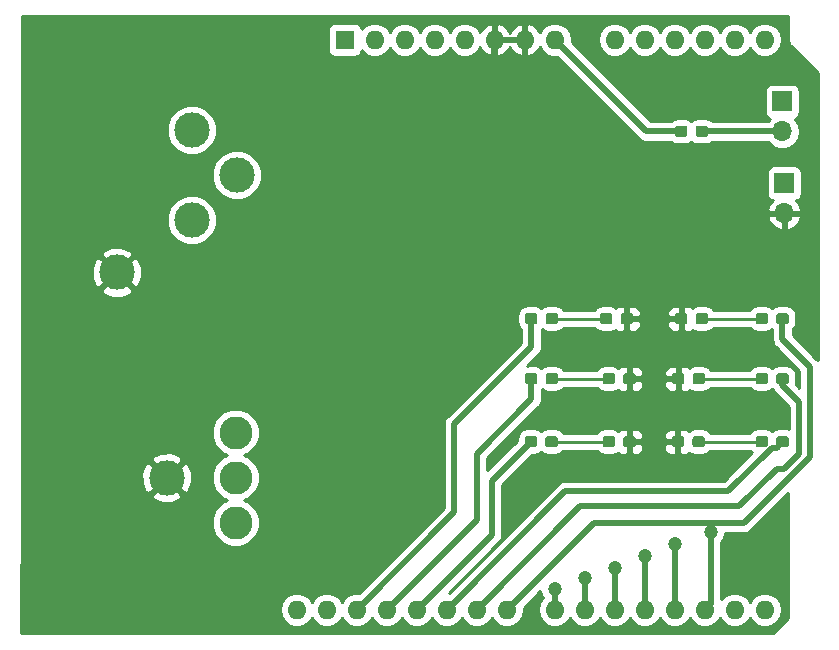
<source format=gtl>
G04 #@! TF.GenerationSoftware,KiCad,Pcbnew,(5.0.1)-3*
G04 #@! TF.CreationDate,2018-11-30T15:10:40+02:00*
G04 #@! TF.ProjectId,DB darbas 2,44422064617262617320322E6B696361,rev?*
G04 #@! TF.SameCoordinates,Original*
G04 #@! TF.FileFunction,Copper,L1,Top,Signal*
G04 #@! TF.FilePolarity,Positive*
%FSLAX46Y46*%
G04 Gerber Fmt 4.6, Leading zero omitted, Abs format (unit mm)*
G04 Created by KiCad (PCBNEW (5.0.1)-3) date 30-Nov-18 15:10:40*
%MOMM*%
%LPD*%
G01*
G04 APERTURE LIST*
G04 #@! TA.AperFunction,Conductor*
%ADD10C,0.100000*%
G04 #@! TD*
G04 #@! TA.AperFunction,SMDPad,CuDef*
%ADD11C,0.950000*%
G04 #@! TD*
G04 #@! TA.AperFunction,ComponentPad*
%ADD12O,1.600000X1.600000*%
G04 #@! TD*
G04 #@! TA.AperFunction,ComponentPad*
%ADD13R,1.600000X1.600000*%
G04 #@! TD*
G04 #@! TA.AperFunction,ComponentPad*
%ADD14C,3.000000*%
G04 #@! TD*
G04 #@! TA.AperFunction,ComponentPad*
%ADD15O,1.700000X1.700000*%
G04 #@! TD*
G04 #@! TA.AperFunction,ComponentPad*
%ADD16R,1.700000X1.700000*%
G04 #@! TD*
G04 #@! TA.AperFunction,ComponentPad*
%ADD17C,2.800000*%
G04 #@! TD*
G04 #@! TA.AperFunction,ViaPad*
%ADD18C,1.200000*%
G04 #@! TD*
G04 #@! TA.AperFunction,Conductor*
%ADD19C,0.250000*%
G04 #@! TD*
G04 #@! TA.AperFunction,Conductor*
%ADD20C,0.500000*%
G04 #@! TD*
G04 #@! TA.AperFunction,Conductor*
%ADD21C,0.254000*%
G04 #@! TD*
G04 APERTURE END LIST*
D10*
G04 #@! TO.N,Net-(D7-Pad1)*
G04 #@! TO.C,D7*
G36*
X138740779Y-83981144D02*
X138763834Y-83984563D01*
X138786443Y-83990227D01*
X138808387Y-83998079D01*
X138829457Y-84008044D01*
X138849448Y-84020026D01*
X138868168Y-84033910D01*
X138885438Y-84049562D01*
X138901090Y-84066832D01*
X138914974Y-84085552D01*
X138926956Y-84105543D01*
X138936921Y-84126613D01*
X138944773Y-84148557D01*
X138950437Y-84171166D01*
X138953856Y-84194221D01*
X138955000Y-84217500D01*
X138955000Y-84692500D01*
X138953856Y-84715779D01*
X138950437Y-84738834D01*
X138944773Y-84761443D01*
X138936921Y-84783387D01*
X138926956Y-84804457D01*
X138914974Y-84824448D01*
X138901090Y-84843168D01*
X138885438Y-84860438D01*
X138868168Y-84876090D01*
X138849448Y-84889974D01*
X138829457Y-84901956D01*
X138808387Y-84911921D01*
X138786443Y-84919773D01*
X138763834Y-84925437D01*
X138740779Y-84928856D01*
X138717500Y-84930000D01*
X138142500Y-84930000D01*
X138119221Y-84928856D01*
X138096166Y-84925437D01*
X138073557Y-84919773D01*
X138051613Y-84911921D01*
X138030543Y-84901956D01*
X138010552Y-84889974D01*
X137991832Y-84876090D01*
X137974562Y-84860438D01*
X137958910Y-84843168D01*
X137945026Y-84824448D01*
X137933044Y-84804457D01*
X137923079Y-84783387D01*
X137915227Y-84761443D01*
X137909563Y-84738834D01*
X137906144Y-84715779D01*
X137905000Y-84692500D01*
X137905000Y-84217500D01*
X137906144Y-84194221D01*
X137909563Y-84171166D01*
X137915227Y-84148557D01*
X137923079Y-84126613D01*
X137933044Y-84105543D01*
X137945026Y-84085552D01*
X137958910Y-84066832D01*
X137974562Y-84049562D01*
X137991832Y-84033910D01*
X138010552Y-84020026D01*
X138030543Y-84008044D01*
X138051613Y-83998079D01*
X138073557Y-83990227D01*
X138096166Y-83984563D01*
X138119221Y-83981144D01*
X138142500Y-83980000D01*
X138717500Y-83980000D01*
X138740779Y-83981144D01*
X138740779Y-83981144D01*
G37*
D11*
G04 #@! TD*
G04 #@! TO.P,D7,1*
G04 #@! TO.N,Net-(D7-Pad1)*
X138430000Y-84455000D03*
D10*
G04 #@! TO.N,Net-(D7-Pad2)*
G04 #@! TO.C,D7*
G36*
X136990779Y-83981144D02*
X137013834Y-83984563D01*
X137036443Y-83990227D01*
X137058387Y-83998079D01*
X137079457Y-84008044D01*
X137099448Y-84020026D01*
X137118168Y-84033910D01*
X137135438Y-84049562D01*
X137151090Y-84066832D01*
X137164974Y-84085552D01*
X137176956Y-84105543D01*
X137186921Y-84126613D01*
X137194773Y-84148557D01*
X137200437Y-84171166D01*
X137203856Y-84194221D01*
X137205000Y-84217500D01*
X137205000Y-84692500D01*
X137203856Y-84715779D01*
X137200437Y-84738834D01*
X137194773Y-84761443D01*
X137186921Y-84783387D01*
X137176956Y-84804457D01*
X137164974Y-84824448D01*
X137151090Y-84843168D01*
X137135438Y-84860438D01*
X137118168Y-84876090D01*
X137099448Y-84889974D01*
X137079457Y-84901956D01*
X137058387Y-84911921D01*
X137036443Y-84919773D01*
X137013834Y-84925437D01*
X136990779Y-84928856D01*
X136967500Y-84930000D01*
X136392500Y-84930000D01*
X136369221Y-84928856D01*
X136346166Y-84925437D01*
X136323557Y-84919773D01*
X136301613Y-84911921D01*
X136280543Y-84901956D01*
X136260552Y-84889974D01*
X136241832Y-84876090D01*
X136224562Y-84860438D01*
X136208910Y-84843168D01*
X136195026Y-84824448D01*
X136183044Y-84804457D01*
X136173079Y-84783387D01*
X136165227Y-84761443D01*
X136159563Y-84738834D01*
X136156144Y-84715779D01*
X136155000Y-84692500D01*
X136155000Y-84217500D01*
X136156144Y-84194221D01*
X136159563Y-84171166D01*
X136165227Y-84148557D01*
X136173079Y-84126613D01*
X136183044Y-84105543D01*
X136195026Y-84085552D01*
X136208910Y-84066832D01*
X136224562Y-84049562D01*
X136241832Y-84033910D01*
X136260552Y-84020026D01*
X136280543Y-84008044D01*
X136301613Y-83998079D01*
X136323557Y-83990227D01*
X136346166Y-83984563D01*
X136369221Y-83981144D01*
X136392500Y-83980000D01*
X136967500Y-83980000D01*
X136990779Y-83981144D01*
X136990779Y-83981144D01*
G37*
D11*
G04 #@! TD*
G04 #@! TO.P,D7,2*
G04 #@! TO.N,Net-(D7-Pad2)*
X136680000Y-84455000D03*
D12*
G04 #@! TO.P,U1,29*
G04 #@! TO.N,Net-(U1-Pad29)*
X106684000Y-124968000D03*
G04 #@! TO.P,U1,30*
G04 #@! TO.N,Net-(U1-Pad30)*
X104144000Y-124968000D03*
D13*
G04 #@! TO.P,U1,1*
G04 #@! TO.N,Net-(U1-Pad1)*
X108204000Y-76708000D03*
D12*
G04 #@! TO.P,U1,17*
G04 #@! TO.N,Net-(J3-Pad2)*
X138684000Y-124968000D03*
G04 #@! TO.P,U1,2*
G04 #@! TO.N,Net-(U1-Pad2)*
X110744000Y-76708000D03*
G04 #@! TO.P,U1,18*
G04 #@! TO.N,Net-(J3-Pad3)*
X136144000Y-124968000D03*
G04 #@! TO.P,U1,3*
G04 #@! TO.N,Net-(U1-Pad3)*
X113284000Y-76708000D03*
G04 #@! TO.P,U1,19*
G04 #@! TO.N,Net-(J3-Pad1)*
X133604000Y-124968000D03*
G04 #@! TO.P,U1,4*
G04 #@! TO.N,Net-(U1-Pad4)*
X115824000Y-76708000D03*
G04 #@! TO.P,U1,20*
G04 #@! TO.N,Net-(J1-Pad1)*
X131064000Y-124968000D03*
G04 #@! TO.P,U1,5*
G04 #@! TO.N,Net-(U1-Pad5)*
X118364000Y-76708000D03*
G04 #@! TO.P,U1,21*
G04 #@! TO.N,Net-(J1-Pad3)*
X128524000Y-124968000D03*
G04 #@! TO.P,U1,6*
G04 #@! TO.N,GND*
X120904000Y-76708000D03*
G04 #@! TO.P,U1,22*
G04 #@! TO.N,Net-(J1-Pad2)*
X125984000Y-124968000D03*
G04 #@! TO.P,U1,7*
G04 #@! TO.N,GND*
X123444000Y-76708000D03*
G04 #@! TO.P,U1,23*
G04 #@! TO.N,Net-(R6-Pad2)*
X121924000Y-124968000D03*
G04 #@! TO.P,U1,8*
G04 #@! TO.N,Net-(D7-Pad2)*
X125984000Y-76708000D03*
G04 #@! TO.P,U1,24*
G04 #@! TO.N,Net-(R5-Pad2)*
X119384000Y-124968000D03*
G04 #@! TO.P,U1,9*
G04 #@! TO.N,Net-(U1-Pad9)*
X131064000Y-76708000D03*
G04 #@! TO.P,U1,25*
G04 #@! TO.N,Net-(R4-Pad2)*
X116844000Y-124968000D03*
G04 #@! TO.P,U1,10*
G04 #@! TO.N,Net-(U1-Pad10)*
X133604000Y-76708000D03*
G04 #@! TO.P,U1,26*
G04 #@! TO.N,Net-(R3-Pad2)*
X114304000Y-124968000D03*
G04 #@! TO.P,U1,11*
G04 #@! TO.N,Net-(U1-Pad11)*
X136144000Y-76708000D03*
G04 #@! TO.P,U1,27*
G04 #@! TO.N,Net-(R2-Pad2)*
X111764000Y-124968000D03*
G04 #@! TO.P,U1,12*
G04 #@! TO.N,Net-(U1-Pad12)*
X138684000Y-76708000D03*
G04 #@! TO.P,U1,28*
G04 #@! TO.N,Net-(R1-Pad1)*
X109224000Y-124968000D03*
G04 #@! TO.P,U1,13*
G04 #@! TO.N,Net-(U1-Pad13)*
X141224000Y-76708000D03*
G04 #@! TO.P,U1,14*
G04 #@! TO.N,Net-(U1-Pad14)*
X143764000Y-76708000D03*
G04 #@! TO.P,U1,15*
G04 #@! TO.N,Net-(U1-Pad15)*
X143764000Y-124968000D03*
G04 #@! TO.P,U1,16*
G04 #@! TO.N,Net-(U1-Pad16)*
X141224000Y-124968000D03*
G04 #@! TD*
D14*
G04 #@! TO.P,J3,G*
G04 #@! TO.N,GND*
X88900000Y-96418400D03*
G04 #@! TO.P,J3,3*
G04 #@! TO.N,Net-(J3-Pad3)*
X99060000Y-88163400D03*
G04 #@! TO.P,J3,2*
G04 #@! TO.N,Net-(J3-Pad2)*
X95250000Y-84353400D03*
G04 #@! TO.P,J3,1*
G04 #@! TO.N,Net-(J3-Pad1)*
X95250000Y-91973400D03*
G04 #@! TD*
D15*
G04 #@! TO.P,VCC1,2*
G04 #@! TO.N,GND*
X145415000Y-91387801D03*
D16*
G04 #@! TO.P,VCC1,1*
G04 #@! TO.N,Net-(Switch1-Pad1)*
X145415000Y-88847801D03*
G04 #@! TD*
G04 #@! TO.P,Switch1,1*
G04 #@! TO.N,Net-(Switch1-Pad1)*
X145237200Y-81940400D03*
D15*
G04 #@! TO.P,Switch1,2*
G04 #@! TO.N,Net-(D7-Pad1)*
X145237200Y-84480400D03*
G04 #@! TD*
D10*
G04 #@! TO.N,Net-(D1-Pad2)*
G04 #@! TO.C,D1*
G36*
X130640779Y-99856144D02*
X130663834Y-99859563D01*
X130686443Y-99865227D01*
X130708387Y-99873079D01*
X130729457Y-99883044D01*
X130749448Y-99895026D01*
X130768168Y-99908910D01*
X130785438Y-99924562D01*
X130801090Y-99941832D01*
X130814974Y-99960552D01*
X130826956Y-99980543D01*
X130836921Y-100001613D01*
X130844773Y-100023557D01*
X130850437Y-100046166D01*
X130853856Y-100069221D01*
X130855000Y-100092500D01*
X130855000Y-100567500D01*
X130853856Y-100590779D01*
X130850437Y-100613834D01*
X130844773Y-100636443D01*
X130836921Y-100658387D01*
X130826956Y-100679457D01*
X130814974Y-100699448D01*
X130801090Y-100718168D01*
X130785438Y-100735438D01*
X130768168Y-100751090D01*
X130749448Y-100764974D01*
X130729457Y-100776956D01*
X130708387Y-100786921D01*
X130686443Y-100794773D01*
X130663834Y-100800437D01*
X130640779Y-100803856D01*
X130617500Y-100805000D01*
X130042500Y-100805000D01*
X130019221Y-100803856D01*
X129996166Y-100800437D01*
X129973557Y-100794773D01*
X129951613Y-100786921D01*
X129930543Y-100776956D01*
X129910552Y-100764974D01*
X129891832Y-100751090D01*
X129874562Y-100735438D01*
X129858910Y-100718168D01*
X129845026Y-100699448D01*
X129833044Y-100679457D01*
X129823079Y-100658387D01*
X129815227Y-100636443D01*
X129809563Y-100613834D01*
X129806144Y-100590779D01*
X129805000Y-100567500D01*
X129805000Y-100092500D01*
X129806144Y-100069221D01*
X129809563Y-100046166D01*
X129815227Y-100023557D01*
X129823079Y-100001613D01*
X129833044Y-99980543D01*
X129845026Y-99960552D01*
X129858910Y-99941832D01*
X129874562Y-99924562D01*
X129891832Y-99908910D01*
X129910552Y-99895026D01*
X129930543Y-99883044D01*
X129951613Y-99873079D01*
X129973557Y-99865227D01*
X129996166Y-99859563D01*
X130019221Y-99856144D01*
X130042500Y-99855000D01*
X130617500Y-99855000D01*
X130640779Y-99856144D01*
X130640779Y-99856144D01*
G37*
D11*
G04 #@! TD*
G04 #@! TO.P,D1,2*
G04 #@! TO.N,Net-(D1-Pad2)*
X130330000Y-100330000D03*
D10*
G04 #@! TO.N,GND*
G04 #@! TO.C,D1*
G36*
X132390779Y-99856144D02*
X132413834Y-99859563D01*
X132436443Y-99865227D01*
X132458387Y-99873079D01*
X132479457Y-99883044D01*
X132499448Y-99895026D01*
X132518168Y-99908910D01*
X132535438Y-99924562D01*
X132551090Y-99941832D01*
X132564974Y-99960552D01*
X132576956Y-99980543D01*
X132586921Y-100001613D01*
X132594773Y-100023557D01*
X132600437Y-100046166D01*
X132603856Y-100069221D01*
X132605000Y-100092500D01*
X132605000Y-100567500D01*
X132603856Y-100590779D01*
X132600437Y-100613834D01*
X132594773Y-100636443D01*
X132586921Y-100658387D01*
X132576956Y-100679457D01*
X132564974Y-100699448D01*
X132551090Y-100718168D01*
X132535438Y-100735438D01*
X132518168Y-100751090D01*
X132499448Y-100764974D01*
X132479457Y-100776956D01*
X132458387Y-100786921D01*
X132436443Y-100794773D01*
X132413834Y-100800437D01*
X132390779Y-100803856D01*
X132367500Y-100805000D01*
X131792500Y-100805000D01*
X131769221Y-100803856D01*
X131746166Y-100800437D01*
X131723557Y-100794773D01*
X131701613Y-100786921D01*
X131680543Y-100776956D01*
X131660552Y-100764974D01*
X131641832Y-100751090D01*
X131624562Y-100735438D01*
X131608910Y-100718168D01*
X131595026Y-100699448D01*
X131583044Y-100679457D01*
X131573079Y-100658387D01*
X131565227Y-100636443D01*
X131559563Y-100613834D01*
X131556144Y-100590779D01*
X131555000Y-100567500D01*
X131555000Y-100092500D01*
X131556144Y-100069221D01*
X131559563Y-100046166D01*
X131565227Y-100023557D01*
X131573079Y-100001613D01*
X131583044Y-99980543D01*
X131595026Y-99960552D01*
X131608910Y-99941832D01*
X131624562Y-99924562D01*
X131641832Y-99908910D01*
X131660552Y-99895026D01*
X131680543Y-99883044D01*
X131701613Y-99873079D01*
X131723557Y-99865227D01*
X131746166Y-99859563D01*
X131769221Y-99856144D01*
X131792500Y-99855000D01*
X132367500Y-99855000D01*
X132390779Y-99856144D01*
X132390779Y-99856144D01*
G37*
D11*
G04 #@! TD*
G04 #@! TO.P,D1,1*
G04 #@! TO.N,GND*
X132080000Y-100330000D03*
D10*
G04 #@! TO.N,GND*
G04 #@! TO.C,D3*
G36*
X132616779Y-110270144D02*
X132639834Y-110273563D01*
X132662443Y-110279227D01*
X132684387Y-110287079D01*
X132705457Y-110297044D01*
X132725448Y-110309026D01*
X132744168Y-110322910D01*
X132761438Y-110338562D01*
X132777090Y-110355832D01*
X132790974Y-110374552D01*
X132802956Y-110394543D01*
X132812921Y-110415613D01*
X132820773Y-110437557D01*
X132826437Y-110460166D01*
X132829856Y-110483221D01*
X132831000Y-110506500D01*
X132831000Y-110981500D01*
X132829856Y-111004779D01*
X132826437Y-111027834D01*
X132820773Y-111050443D01*
X132812921Y-111072387D01*
X132802956Y-111093457D01*
X132790974Y-111113448D01*
X132777090Y-111132168D01*
X132761438Y-111149438D01*
X132744168Y-111165090D01*
X132725448Y-111178974D01*
X132705457Y-111190956D01*
X132684387Y-111200921D01*
X132662443Y-111208773D01*
X132639834Y-111214437D01*
X132616779Y-111217856D01*
X132593500Y-111219000D01*
X132018500Y-111219000D01*
X131995221Y-111217856D01*
X131972166Y-111214437D01*
X131949557Y-111208773D01*
X131927613Y-111200921D01*
X131906543Y-111190956D01*
X131886552Y-111178974D01*
X131867832Y-111165090D01*
X131850562Y-111149438D01*
X131834910Y-111132168D01*
X131821026Y-111113448D01*
X131809044Y-111093457D01*
X131799079Y-111072387D01*
X131791227Y-111050443D01*
X131785563Y-111027834D01*
X131782144Y-111004779D01*
X131781000Y-110981500D01*
X131781000Y-110506500D01*
X131782144Y-110483221D01*
X131785563Y-110460166D01*
X131791227Y-110437557D01*
X131799079Y-110415613D01*
X131809044Y-110394543D01*
X131821026Y-110374552D01*
X131834910Y-110355832D01*
X131850562Y-110338562D01*
X131867832Y-110322910D01*
X131886552Y-110309026D01*
X131906543Y-110297044D01*
X131927613Y-110287079D01*
X131949557Y-110279227D01*
X131972166Y-110273563D01*
X131995221Y-110270144D01*
X132018500Y-110269000D01*
X132593500Y-110269000D01*
X132616779Y-110270144D01*
X132616779Y-110270144D01*
G37*
D11*
G04 #@! TD*
G04 #@! TO.P,D3,1*
G04 #@! TO.N,GND*
X132306000Y-110744000D03*
D10*
G04 #@! TO.N,Net-(D3-Pad2)*
G04 #@! TO.C,D3*
G36*
X130866779Y-110270144D02*
X130889834Y-110273563D01*
X130912443Y-110279227D01*
X130934387Y-110287079D01*
X130955457Y-110297044D01*
X130975448Y-110309026D01*
X130994168Y-110322910D01*
X131011438Y-110338562D01*
X131027090Y-110355832D01*
X131040974Y-110374552D01*
X131052956Y-110394543D01*
X131062921Y-110415613D01*
X131070773Y-110437557D01*
X131076437Y-110460166D01*
X131079856Y-110483221D01*
X131081000Y-110506500D01*
X131081000Y-110981500D01*
X131079856Y-111004779D01*
X131076437Y-111027834D01*
X131070773Y-111050443D01*
X131062921Y-111072387D01*
X131052956Y-111093457D01*
X131040974Y-111113448D01*
X131027090Y-111132168D01*
X131011438Y-111149438D01*
X130994168Y-111165090D01*
X130975448Y-111178974D01*
X130955457Y-111190956D01*
X130934387Y-111200921D01*
X130912443Y-111208773D01*
X130889834Y-111214437D01*
X130866779Y-111217856D01*
X130843500Y-111219000D01*
X130268500Y-111219000D01*
X130245221Y-111217856D01*
X130222166Y-111214437D01*
X130199557Y-111208773D01*
X130177613Y-111200921D01*
X130156543Y-111190956D01*
X130136552Y-111178974D01*
X130117832Y-111165090D01*
X130100562Y-111149438D01*
X130084910Y-111132168D01*
X130071026Y-111113448D01*
X130059044Y-111093457D01*
X130049079Y-111072387D01*
X130041227Y-111050443D01*
X130035563Y-111027834D01*
X130032144Y-111004779D01*
X130031000Y-110981500D01*
X130031000Y-110506500D01*
X130032144Y-110483221D01*
X130035563Y-110460166D01*
X130041227Y-110437557D01*
X130049079Y-110415613D01*
X130059044Y-110394543D01*
X130071026Y-110374552D01*
X130084910Y-110355832D01*
X130100562Y-110338562D01*
X130117832Y-110322910D01*
X130136552Y-110309026D01*
X130156543Y-110297044D01*
X130177613Y-110287079D01*
X130199557Y-110279227D01*
X130222166Y-110273563D01*
X130245221Y-110270144D01*
X130268500Y-110269000D01*
X130843500Y-110269000D01*
X130866779Y-110270144D01*
X130866779Y-110270144D01*
G37*
D11*
G04 #@! TD*
G04 #@! TO.P,D3,2*
G04 #@! TO.N,Net-(D3-Pad2)*
X130556000Y-110744000D03*
D10*
G04 #@! TO.N,Net-(D4-Pad2)*
G04 #@! TO.C,D4*
G36*
X138472779Y-110270144D02*
X138495834Y-110273563D01*
X138518443Y-110279227D01*
X138540387Y-110287079D01*
X138561457Y-110297044D01*
X138581448Y-110309026D01*
X138600168Y-110322910D01*
X138617438Y-110338562D01*
X138633090Y-110355832D01*
X138646974Y-110374552D01*
X138658956Y-110394543D01*
X138668921Y-110415613D01*
X138676773Y-110437557D01*
X138682437Y-110460166D01*
X138685856Y-110483221D01*
X138687000Y-110506500D01*
X138687000Y-110981500D01*
X138685856Y-111004779D01*
X138682437Y-111027834D01*
X138676773Y-111050443D01*
X138668921Y-111072387D01*
X138658956Y-111093457D01*
X138646974Y-111113448D01*
X138633090Y-111132168D01*
X138617438Y-111149438D01*
X138600168Y-111165090D01*
X138581448Y-111178974D01*
X138561457Y-111190956D01*
X138540387Y-111200921D01*
X138518443Y-111208773D01*
X138495834Y-111214437D01*
X138472779Y-111217856D01*
X138449500Y-111219000D01*
X137874500Y-111219000D01*
X137851221Y-111217856D01*
X137828166Y-111214437D01*
X137805557Y-111208773D01*
X137783613Y-111200921D01*
X137762543Y-111190956D01*
X137742552Y-111178974D01*
X137723832Y-111165090D01*
X137706562Y-111149438D01*
X137690910Y-111132168D01*
X137677026Y-111113448D01*
X137665044Y-111093457D01*
X137655079Y-111072387D01*
X137647227Y-111050443D01*
X137641563Y-111027834D01*
X137638144Y-111004779D01*
X137637000Y-110981500D01*
X137637000Y-110506500D01*
X137638144Y-110483221D01*
X137641563Y-110460166D01*
X137647227Y-110437557D01*
X137655079Y-110415613D01*
X137665044Y-110394543D01*
X137677026Y-110374552D01*
X137690910Y-110355832D01*
X137706562Y-110338562D01*
X137723832Y-110322910D01*
X137742552Y-110309026D01*
X137762543Y-110297044D01*
X137783613Y-110287079D01*
X137805557Y-110279227D01*
X137828166Y-110273563D01*
X137851221Y-110270144D01*
X137874500Y-110269000D01*
X138449500Y-110269000D01*
X138472779Y-110270144D01*
X138472779Y-110270144D01*
G37*
D11*
G04 #@! TD*
G04 #@! TO.P,D4,2*
G04 #@! TO.N,Net-(D4-Pad2)*
X138162000Y-110744000D03*
D10*
G04 #@! TO.N,GND*
G04 #@! TO.C,D4*
G36*
X136722779Y-110270144D02*
X136745834Y-110273563D01*
X136768443Y-110279227D01*
X136790387Y-110287079D01*
X136811457Y-110297044D01*
X136831448Y-110309026D01*
X136850168Y-110322910D01*
X136867438Y-110338562D01*
X136883090Y-110355832D01*
X136896974Y-110374552D01*
X136908956Y-110394543D01*
X136918921Y-110415613D01*
X136926773Y-110437557D01*
X136932437Y-110460166D01*
X136935856Y-110483221D01*
X136937000Y-110506500D01*
X136937000Y-110981500D01*
X136935856Y-111004779D01*
X136932437Y-111027834D01*
X136926773Y-111050443D01*
X136918921Y-111072387D01*
X136908956Y-111093457D01*
X136896974Y-111113448D01*
X136883090Y-111132168D01*
X136867438Y-111149438D01*
X136850168Y-111165090D01*
X136831448Y-111178974D01*
X136811457Y-111190956D01*
X136790387Y-111200921D01*
X136768443Y-111208773D01*
X136745834Y-111214437D01*
X136722779Y-111217856D01*
X136699500Y-111219000D01*
X136124500Y-111219000D01*
X136101221Y-111217856D01*
X136078166Y-111214437D01*
X136055557Y-111208773D01*
X136033613Y-111200921D01*
X136012543Y-111190956D01*
X135992552Y-111178974D01*
X135973832Y-111165090D01*
X135956562Y-111149438D01*
X135940910Y-111132168D01*
X135927026Y-111113448D01*
X135915044Y-111093457D01*
X135905079Y-111072387D01*
X135897227Y-111050443D01*
X135891563Y-111027834D01*
X135888144Y-111004779D01*
X135887000Y-110981500D01*
X135887000Y-110506500D01*
X135888144Y-110483221D01*
X135891563Y-110460166D01*
X135897227Y-110437557D01*
X135905079Y-110415613D01*
X135915044Y-110394543D01*
X135927026Y-110374552D01*
X135940910Y-110355832D01*
X135956562Y-110338562D01*
X135973832Y-110322910D01*
X135992552Y-110309026D01*
X136012543Y-110297044D01*
X136033613Y-110287079D01*
X136055557Y-110279227D01*
X136078166Y-110273563D01*
X136101221Y-110270144D01*
X136124500Y-110269000D01*
X136699500Y-110269000D01*
X136722779Y-110270144D01*
X136722779Y-110270144D01*
G37*
D11*
G04 #@! TD*
G04 #@! TO.P,D4,1*
G04 #@! TO.N,GND*
X136412000Y-110744000D03*
D10*
G04 #@! TO.N,GND*
G04 #@! TO.C,D5*
G36*
X136736779Y-104936144D02*
X136759834Y-104939563D01*
X136782443Y-104945227D01*
X136804387Y-104953079D01*
X136825457Y-104963044D01*
X136845448Y-104975026D01*
X136864168Y-104988910D01*
X136881438Y-105004562D01*
X136897090Y-105021832D01*
X136910974Y-105040552D01*
X136922956Y-105060543D01*
X136932921Y-105081613D01*
X136940773Y-105103557D01*
X136946437Y-105126166D01*
X136949856Y-105149221D01*
X136951000Y-105172500D01*
X136951000Y-105647500D01*
X136949856Y-105670779D01*
X136946437Y-105693834D01*
X136940773Y-105716443D01*
X136932921Y-105738387D01*
X136922956Y-105759457D01*
X136910974Y-105779448D01*
X136897090Y-105798168D01*
X136881438Y-105815438D01*
X136864168Y-105831090D01*
X136845448Y-105844974D01*
X136825457Y-105856956D01*
X136804387Y-105866921D01*
X136782443Y-105874773D01*
X136759834Y-105880437D01*
X136736779Y-105883856D01*
X136713500Y-105885000D01*
X136138500Y-105885000D01*
X136115221Y-105883856D01*
X136092166Y-105880437D01*
X136069557Y-105874773D01*
X136047613Y-105866921D01*
X136026543Y-105856956D01*
X136006552Y-105844974D01*
X135987832Y-105831090D01*
X135970562Y-105815438D01*
X135954910Y-105798168D01*
X135941026Y-105779448D01*
X135929044Y-105759457D01*
X135919079Y-105738387D01*
X135911227Y-105716443D01*
X135905563Y-105693834D01*
X135902144Y-105670779D01*
X135901000Y-105647500D01*
X135901000Y-105172500D01*
X135902144Y-105149221D01*
X135905563Y-105126166D01*
X135911227Y-105103557D01*
X135919079Y-105081613D01*
X135929044Y-105060543D01*
X135941026Y-105040552D01*
X135954910Y-105021832D01*
X135970562Y-105004562D01*
X135987832Y-104988910D01*
X136006552Y-104975026D01*
X136026543Y-104963044D01*
X136047613Y-104953079D01*
X136069557Y-104945227D01*
X136092166Y-104939563D01*
X136115221Y-104936144D01*
X136138500Y-104935000D01*
X136713500Y-104935000D01*
X136736779Y-104936144D01*
X136736779Y-104936144D01*
G37*
D11*
G04 #@! TD*
G04 #@! TO.P,D5,1*
G04 #@! TO.N,GND*
X136426000Y-105410000D03*
D10*
G04 #@! TO.N,Net-(D5-Pad2)*
G04 #@! TO.C,D5*
G36*
X138486779Y-104936144D02*
X138509834Y-104939563D01*
X138532443Y-104945227D01*
X138554387Y-104953079D01*
X138575457Y-104963044D01*
X138595448Y-104975026D01*
X138614168Y-104988910D01*
X138631438Y-105004562D01*
X138647090Y-105021832D01*
X138660974Y-105040552D01*
X138672956Y-105060543D01*
X138682921Y-105081613D01*
X138690773Y-105103557D01*
X138696437Y-105126166D01*
X138699856Y-105149221D01*
X138701000Y-105172500D01*
X138701000Y-105647500D01*
X138699856Y-105670779D01*
X138696437Y-105693834D01*
X138690773Y-105716443D01*
X138682921Y-105738387D01*
X138672956Y-105759457D01*
X138660974Y-105779448D01*
X138647090Y-105798168D01*
X138631438Y-105815438D01*
X138614168Y-105831090D01*
X138595448Y-105844974D01*
X138575457Y-105856956D01*
X138554387Y-105866921D01*
X138532443Y-105874773D01*
X138509834Y-105880437D01*
X138486779Y-105883856D01*
X138463500Y-105885000D01*
X137888500Y-105885000D01*
X137865221Y-105883856D01*
X137842166Y-105880437D01*
X137819557Y-105874773D01*
X137797613Y-105866921D01*
X137776543Y-105856956D01*
X137756552Y-105844974D01*
X137737832Y-105831090D01*
X137720562Y-105815438D01*
X137704910Y-105798168D01*
X137691026Y-105779448D01*
X137679044Y-105759457D01*
X137669079Y-105738387D01*
X137661227Y-105716443D01*
X137655563Y-105693834D01*
X137652144Y-105670779D01*
X137651000Y-105647500D01*
X137651000Y-105172500D01*
X137652144Y-105149221D01*
X137655563Y-105126166D01*
X137661227Y-105103557D01*
X137669079Y-105081613D01*
X137679044Y-105060543D01*
X137691026Y-105040552D01*
X137704910Y-105021832D01*
X137720562Y-105004562D01*
X137737832Y-104988910D01*
X137756552Y-104975026D01*
X137776543Y-104963044D01*
X137797613Y-104953079D01*
X137819557Y-104945227D01*
X137842166Y-104939563D01*
X137865221Y-104936144D01*
X137888500Y-104935000D01*
X138463500Y-104935000D01*
X138486779Y-104936144D01*
X138486779Y-104936144D01*
G37*
D11*
G04 #@! TD*
G04 #@! TO.P,D5,2*
G04 #@! TO.N,Net-(D5-Pad2)*
X138176000Y-105410000D03*
D10*
G04 #@! TO.N,Net-(D6-Pad2)*
G04 #@! TO.C,D6*
G36*
X138740779Y-99856144D02*
X138763834Y-99859563D01*
X138786443Y-99865227D01*
X138808387Y-99873079D01*
X138829457Y-99883044D01*
X138849448Y-99895026D01*
X138868168Y-99908910D01*
X138885438Y-99924562D01*
X138901090Y-99941832D01*
X138914974Y-99960552D01*
X138926956Y-99980543D01*
X138936921Y-100001613D01*
X138944773Y-100023557D01*
X138950437Y-100046166D01*
X138953856Y-100069221D01*
X138955000Y-100092500D01*
X138955000Y-100567500D01*
X138953856Y-100590779D01*
X138950437Y-100613834D01*
X138944773Y-100636443D01*
X138936921Y-100658387D01*
X138926956Y-100679457D01*
X138914974Y-100699448D01*
X138901090Y-100718168D01*
X138885438Y-100735438D01*
X138868168Y-100751090D01*
X138849448Y-100764974D01*
X138829457Y-100776956D01*
X138808387Y-100786921D01*
X138786443Y-100794773D01*
X138763834Y-100800437D01*
X138740779Y-100803856D01*
X138717500Y-100805000D01*
X138142500Y-100805000D01*
X138119221Y-100803856D01*
X138096166Y-100800437D01*
X138073557Y-100794773D01*
X138051613Y-100786921D01*
X138030543Y-100776956D01*
X138010552Y-100764974D01*
X137991832Y-100751090D01*
X137974562Y-100735438D01*
X137958910Y-100718168D01*
X137945026Y-100699448D01*
X137933044Y-100679457D01*
X137923079Y-100658387D01*
X137915227Y-100636443D01*
X137909563Y-100613834D01*
X137906144Y-100590779D01*
X137905000Y-100567500D01*
X137905000Y-100092500D01*
X137906144Y-100069221D01*
X137909563Y-100046166D01*
X137915227Y-100023557D01*
X137923079Y-100001613D01*
X137933044Y-99980543D01*
X137945026Y-99960552D01*
X137958910Y-99941832D01*
X137974562Y-99924562D01*
X137991832Y-99908910D01*
X138010552Y-99895026D01*
X138030543Y-99883044D01*
X138051613Y-99873079D01*
X138073557Y-99865227D01*
X138096166Y-99859563D01*
X138119221Y-99856144D01*
X138142500Y-99855000D01*
X138717500Y-99855000D01*
X138740779Y-99856144D01*
X138740779Y-99856144D01*
G37*
D11*
G04 #@! TD*
G04 #@! TO.P,D6,2*
G04 #@! TO.N,Net-(D6-Pad2)*
X138430000Y-100330000D03*
D10*
G04 #@! TO.N,GND*
G04 #@! TO.C,D6*
G36*
X136990779Y-99856144D02*
X137013834Y-99859563D01*
X137036443Y-99865227D01*
X137058387Y-99873079D01*
X137079457Y-99883044D01*
X137099448Y-99895026D01*
X137118168Y-99908910D01*
X137135438Y-99924562D01*
X137151090Y-99941832D01*
X137164974Y-99960552D01*
X137176956Y-99980543D01*
X137186921Y-100001613D01*
X137194773Y-100023557D01*
X137200437Y-100046166D01*
X137203856Y-100069221D01*
X137205000Y-100092500D01*
X137205000Y-100567500D01*
X137203856Y-100590779D01*
X137200437Y-100613834D01*
X137194773Y-100636443D01*
X137186921Y-100658387D01*
X137176956Y-100679457D01*
X137164974Y-100699448D01*
X137151090Y-100718168D01*
X137135438Y-100735438D01*
X137118168Y-100751090D01*
X137099448Y-100764974D01*
X137079457Y-100776956D01*
X137058387Y-100786921D01*
X137036443Y-100794773D01*
X137013834Y-100800437D01*
X136990779Y-100803856D01*
X136967500Y-100805000D01*
X136392500Y-100805000D01*
X136369221Y-100803856D01*
X136346166Y-100800437D01*
X136323557Y-100794773D01*
X136301613Y-100786921D01*
X136280543Y-100776956D01*
X136260552Y-100764974D01*
X136241832Y-100751090D01*
X136224562Y-100735438D01*
X136208910Y-100718168D01*
X136195026Y-100699448D01*
X136183044Y-100679457D01*
X136173079Y-100658387D01*
X136165227Y-100636443D01*
X136159563Y-100613834D01*
X136156144Y-100590779D01*
X136155000Y-100567500D01*
X136155000Y-100092500D01*
X136156144Y-100069221D01*
X136159563Y-100046166D01*
X136165227Y-100023557D01*
X136173079Y-100001613D01*
X136183044Y-99980543D01*
X136195026Y-99960552D01*
X136208910Y-99941832D01*
X136224562Y-99924562D01*
X136241832Y-99908910D01*
X136260552Y-99895026D01*
X136280543Y-99883044D01*
X136301613Y-99873079D01*
X136323557Y-99865227D01*
X136346166Y-99859563D01*
X136369221Y-99856144D01*
X136392500Y-99855000D01*
X136967500Y-99855000D01*
X136990779Y-99856144D01*
X136990779Y-99856144D01*
G37*
D11*
G04 #@! TD*
G04 #@! TO.P,D6,1*
G04 #@! TO.N,GND*
X136680000Y-100330000D03*
D10*
G04 #@! TO.N,GND*
G04 #@! TO.C,D2*
G36*
X132616779Y-104936144D02*
X132639834Y-104939563D01*
X132662443Y-104945227D01*
X132684387Y-104953079D01*
X132705457Y-104963044D01*
X132725448Y-104975026D01*
X132744168Y-104988910D01*
X132761438Y-105004562D01*
X132777090Y-105021832D01*
X132790974Y-105040552D01*
X132802956Y-105060543D01*
X132812921Y-105081613D01*
X132820773Y-105103557D01*
X132826437Y-105126166D01*
X132829856Y-105149221D01*
X132831000Y-105172500D01*
X132831000Y-105647500D01*
X132829856Y-105670779D01*
X132826437Y-105693834D01*
X132820773Y-105716443D01*
X132812921Y-105738387D01*
X132802956Y-105759457D01*
X132790974Y-105779448D01*
X132777090Y-105798168D01*
X132761438Y-105815438D01*
X132744168Y-105831090D01*
X132725448Y-105844974D01*
X132705457Y-105856956D01*
X132684387Y-105866921D01*
X132662443Y-105874773D01*
X132639834Y-105880437D01*
X132616779Y-105883856D01*
X132593500Y-105885000D01*
X132018500Y-105885000D01*
X131995221Y-105883856D01*
X131972166Y-105880437D01*
X131949557Y-105874773D01*
X131927613Y-105866921D01*
X131906543Y-105856956D01*
X131886552Y-105844974D01*
X131867832Y-105831090D01*
X131850562Y-105815438D01*
X131834910Y-105798168D01*
X131821026Y-105779448D01*
X131809044Y-105759457D01*
X131799079Y-105738387D01*
X131791227Y-105716443D01*
X131785563Y-105693834D01*
X131782144Y-105670779D01*
X131781000Y-105647500D01*
X131781000Y-105172500D01*
X131782144Y-105149221D01*
X131785563Y-105126166D01*
X131791227Y-105103557D01*
X131799079Y-105081613D01*
X131809044Y-105060543D01*
X131821026Y-105040552D01*
X131834910Y-105021832D01*
X131850562Y-105004562D01*
X131867832Y-104988910D01*
X131886552Y-104975026D01*
X131906543Y-104963044D01*
X131927613Y-104953079D01*
X131949557Y-104945227D01*
X131972166Y-104939563D01*
X131995221Y-104936144D01*
X132018500Y-104935000D01*
X132593500Y-104935000D01*
X132616779Y-104936144D01*
X132616779Y-104936144D01*
G37*
D11*
G04 #@! TD*
G04 #@! TO.P,D2,1*
G04 #@! TO.N,GND*
X132306000Y-105410000D03*
D10*
G04 #@! TO.N,Net-(D2-Pad2)*
G04 #@! TO.C,D2*
G36*
X130866779Y-104936144D02*
X130889834Y-104939563D01*
X130912443Y-104945227D01*
X130934387Y-104953079D01*
X130955457Y-104963044D01*
X130975448Y-104975026D01*
X130994168Y-104988910D01*
X131011438Y-105004562D01*
X131027090Y-105021832D01*
X131040974Y-105040552D01*
X131052956Y-105060543D01*
X131062921Y-105081613D01*
X131070773Y-105103557D01*
X131076437Y-105126166D01*
X131079856Y-105149221D01*
X131081000Y-105172500D01*
X131081000Y-105647500D01*
X131079856Y-105670779D01*
X131076437Y-105693834D01*
X131070773Y-105716443D01*
X131062921Y-105738387D01*
X131052956Y-105759457D01*
X131040974Y-105779448D01*
X131027090Y-105798168D01*
X131011438Y-105815438D01*
X130994168Y-105831090D01*
X130975448Y-105844974D01*
X130955457Y-105856956D01*
X130934387Y-105866921D01*
X130912443Y-105874773D01*
X130889834Y-105880437D01*
X130866779Y-105883856D01*
X130843500Y-105885000D01*
X130268500Y-105885000D01*
X130245221Y-105883856D01*
X130222166Y-105880437D01*
X130199557Y-105874773D01*
X130177613Y-105866921D01*
X130156543Y-105856956D01*
X130136552Y-105844974D01*
X130117832Y-105831090D01*
X130100562Y-105815438D01*
X130084910Y-105798168D01*
X130071026Y-105779448D01*
X130059044Y-105759457D01*
X130049079Y-105738387D01*
X130041227Y-105716443D01*
X130035563Y-105693834D01*
X130032144Y-105670779D01*
X130031000Y-105647500D01*
X130031000Y-105172500D01*
X130032144Y-105149221D01*
X130035563Y-105126166D01*
X130041227Y-105103557D01*
X130049079Y-105081613D01*
X130059044Y-105060543D01*
X130071026Y-105040552D01*
X130084910Y-105021832D01*
X130100562Y-105004562D01*
X130117832Y-104988910D01*
X130136552Y-104975026D01*
X130156543Y-104963044D01*
X130177613Y-104953079D01*
X130199557Y-104945227D01*
X130222166Y-104939563D01*
X130245221Y-104936144D01*
X130268500Y-104935000D01*
X130843500Y-104935000D01*
X130866779Y-104936144D01*
X130866779Y-104936144D01*
G37*
D11*
G04 #@! TD*
G04 #@! TO.P,D2,2*
G04 #@! TO.N,Net-(D2-Pad2)*
X130556000Y-105410000D03*
D10*
G04 #@! TO.N,Net-(D1-Pad2)*
G04 #@! TO.C,R1*
G36*
X126040779Y-99856144D02*
X126063834Y-99859563D01*
X126086443Y-99865227D01*
X126108387Y-99873079D01*
X126129457Y-99883044D01*
X126149448Y-99895026D01*
X126168168Y-99908910D01*
X126185438Y-99924562D01*
X126201090Y-99941832D01*
X126214974Y-99960552D01*
X126226956Y-99980543D01*
X126236921Y-100001613D01*
X126244773Y-100023557D01*
X126250437Y-100046166D01*
X126253856Y-100069221D01*
X126255000Y-100092500D01*
X126255000Y-100567500D01*
X126253856Y-100590779D01*
X126250437Y-100613834D01*
X126244773Y-100636443D01*
X126236921Y-100658387D01*
X126226956Y-100679457D01*
X126214974Y-100699448D01*
X126201090Y-100718168D01*
X126185438Y-100735438D01*
X126168168Y-100751090D01*
X126149448Y-100764974D01*
X126129457Y-100776956D01*
X126108387Y-100786921D01*
X126086443Y-100794773D01*
X126063834Y-100800437D01*
X126040779Y-100803856D01*
X126017500Y-100805000D01*
X125442500Y-100805000D01*
X125419221Y-100803856D01*
X125396166Y-100800437D01*
X125373557Y-100794773D01*
X125351613Y-100786921D01*
X125330543Y-100776956D01*
X125310552Y-100764974D01*
X125291832Y-100751090D01*
X125274562Y-100735438D01*
X125258910Y-100718168D01*
X125245026Y-100699448D01*
X125233044Y-100679457D01*
X125223079Y-100658387D01*
X125215227Y-100636443D01*
X125209563Y-100613834D01*
X125206144Y-100590779D01*
X125205000Y-100567500D01*
X125205000Y-100092500D01*
X125206144Y-100069221D01*
X125209563Y-100046166D01*
X125215227Y-100023557D01*
X125223079Y-100001613D01*
X125233044Y-99980543D01*
X125245026Y-99960552D01*
X125258910Y-99941832D01*
X125274562Y-99924562D01*
X125291832Y-99908910D01*
X125310552Y-99895026D01*
X125330543Y-99883044D01*
X125351613Y-99873079D01*
X125373557Y-99865227D01*
X125396166Y-99859563D01*
X125419221Y-99856144D01*
X125442500Y-99855000D01*
X126017500Y-99855000D01*
X126040779Y-99856144D01*
X126040779Y-99856144D01*
G37*
D11*
G04 #@! TD*
G04 #@! TO.P,R1,2*
G04 #@! TO.N,Net-(D1-Pad2)*
X125730000Y-100330000D03*
D10*
G04 #@! TO.N,Net-(R1-Pad1)*
G04 #@! TO.C,R1*
G36*
X124290779Y-99856144D02*
X124313834Y-99859563D01*
X124336443Y-99865227D01*
X124358387Y-99873079D01*
X124379457Y-99883044D01*
X124399448Y-99895026D01*
X124418168Y-99908910D01*
X124435438Y-99924562D01*
X124451090Y-99941832D01*
X124464974Y-99960552D01*
X124476956Y-99980543D01*
X124486921Y-100001613D01*
X124494773Y-100023557D01*
X124500437Y-100046166D01*
X124503856Y-100069221D01*
X124505000Y-100092500D01*
X124505000Y-100567500D01*
X124503856Y-100590779D01*
X124500437Y-100613834D01*
X124494773Y-100636443D01*
X124486921Y-100658387D01*
X124476956Y-100679457D01*
X124464974Y-100699448D01*
X124451090Y-100718168D01*
X124435438Y-100735438D01*
X124418168Y-100751090D01*
X124399448Y-100764974D01*
X124379457Y-100776956D01*
X124358387Y-100786921D01*
X124336443Y-100794773D01*
X124313834Y-100800437D01*
X124290779Y-100803856D01*
X124267500Y-100805000D01*
X123692500Y-100805000D01*
X123669221Y-100803856D01*
X123646166Y-100800437D01*
X123623557Y-100794773D01*
X123601613Y-100786921D01*
X123580543Y-100776956D01*
X123560552Y-100764974D01*
X123541832Y-100751090D01*
X123524562Y-100735438D01*
X123508910Y-100718168D01*
X123495026Y-100699448D01*
X123483044Y-100679457D01*
X123473079Y-100658387D01*
X123465227Y-100636443D01*
X123459563Y-100613834D01*
X123456144Y-100590779D01*
X123455000Y-100567500D01*
X123455000Y-100092500D01*
X123456144Y-100069221D01*
X123459563Y-100046166D01*
X123465227Y-100023557D01*
X123473079Y-100001613D01*
X123483044Y-99980543D01*
X123495026Y-99960552D01*
X123508910Y-99941832D01*
X123524562Y-99924562D01*
X123541832Y-99908910D01*
X123560552Y-99895026D01*
X123580543Y-99883044D01*
X123601613Y-99873079D01*
X123623557Y-99865227D01*
X123646166Y-99859563D01*
X123669221Y-99856144D01*
X123692500Y-99855000D01*
X124267500Y-99855000D01*
X124290779Y-99856144D01*
X124290779Y-99856144D01*
G37*
D11*
G04 #@! TD*
G04 #@! TO.P,R1,1*
G04 #@! TO.N,Net-(R1-Pad1)*
X123980000Y-100330000D03*
D10*
G04 #@! TO.N,Net-(D2-Pad2)*
G04 #@! TO.C,R2*
G36*
X126040779Y-104936144D02*
X126063834Y-104939563D01*
X126086443Y-104945227D01*
X126108387Y-104953079D01*
X126129457Y-104963044D01*
X126149448Y-104975026D01*
X126168168Y-104988910D01*
X126185438Y-105004562D01*
X126201090Y-105021832D01*
X126214974Y-105040552D01*
X126226956Y-105060543D01*
X126236921Y-105081613D01*
X126244773Y-105103557D01*
X126250437Y-105126166D01*
X126253856Y-105149221D01*
X126255000Y-105172500D01*
X126255000Y-105647500D01*
X126253856Y-105670779D01*
X126250437Y-105693834D01*
X126244773Y-105716443D01*
X126236921Y-105738387D01*
X126226956Y-105759457D01*
X126214974Y-105779448D01*
X126201090Y-105798168D01*
X126185438Y-105815438D01*
X126168168Y-105831090D01*
X126149448Y-105844974D01*
X126129457Y-105856956D01*
X126108387Y-105866921D01*
X126086443Y-105874773D01*
X126063834Y-105880437D01*
X126040779Y-105883856D01*
X126017500Y-105885000D01*
X125442500Y-105885000D01*
X125419221Y-105883856D01*
X125396166Y-105880437D01*
X125373557Y-105874773D01*
X125351613Y-105866921D01*
X125330543Y-105856956D01*
X125310552Y-105844974D01*
X125291832Y-105831090D01*
X125274562Y-105815438D01*
X125258910Y-105798168D01*
X125245026Y-105779448D01*
X125233044Y-105759457D01*
X125223079Y-105738387D01*
X125215227Y-105716443D01*
X125209563Y-105693834D01*
X125206144Y-105670779D01*
X125205000Y-105647500D01*
X125205000Y-105172500D01*
X125206144Y-105149221D01*
X125209563Y-105126166D01*
X125215227Y-105103557D01*
X125223079Y-105081613D01*
X125233044Y-105060543D01*
X125245026Y-105040552D01*
X125258910Y-105021832D01*
X125274562Y-105004562D01*
X125291832Y-104988910D01*
X125310552Y-104975026D01*
X125330543Y-104963044D01*
X125351613Y-104953079D01*
X125373557Y-104945227D01*
X125396166Y-104939563D01*
X125419221Y-104936144D01*
X125442500Y-104935000D01*
X126017500Y-104935000D01*
X126040779Y-104936144D01*
X126040779Y-104936144D01*
G37*
D11*
G04 #@! TD*
G04 #@! TO.P,R2,1*
G04 #@! TO.N,Net-(D2-Pad2)*
X125730000Y-105410000D03*
D10*
G04 #@! TO.N,Net-(R2-Pad2)*
G04 #@! TO.C,R2*
G36*
X124290779Y-104936144D02*
X124313834Y-104939563D01*
X124336443Y-104945227D01*
X124358387Y-104953079D01*
X124379457Y-104963044D01*
X124399448Y-104975026D01*
X124418168Y-104988910D01*
X124435438Y-105004562D01*
X124451090Y-105021832D01*
X124464974Y-105040552D01*
X124476956Y-105060543D01*
X124486921Y-105081613D01*
X124494773Y-105103557D01*
X124500437Y-105126166D01*
X124503856Y-105149221D01*
X124505000Y-105172500D01*
X124505000Y-105647500D01*
X124503856Y-105670779D01*
X124500437Y-105693834D01*
X124494773Y-105716443D01*
X124486921Y-105738387D01*
X124476956Y-105759457D01*
X124464974Y-105779448D01*
X124451090Y-105798168D01*
X124435438Y-105815438D01*
X124418168Y-105831090D01*
X124399448Y-105844974D01*
X124379457Y-105856956D01*
X124358387Y-105866921D01*
X124336443Y-105874773D01*
X124313834Y-105880437D01*
X124290779Y-105883856D01*
X124267500Y-105885000D01*
X123692500Y-105885000D01*
X123669221Y-105883856D01*
X123646166Y-105880437D01*
X123623557Y-105874773D01*
X123601613Y-105866921D01*
X123580543Y-105856956D01*
X123560552Y-105844974D01*
X123541832Y-105831090D01*
X123524562Y-105815438D01*
X123508910Y-105798168D01*
X123495026Y-105779448D01*
X123483044Y-105759457D01*
X123473079Y-105738387D01*
X123465227Y-105716443D01*
X123459563Y-105693834D01*
X123456144Y-105670779D01*
X123455000Y-105647500D01*
X123455000Y-105172500D01*
X123456144Y-105149221D01*
X123459563Y-105126166D01*
X123465227Y-105103557D01*
X123473079Y-105081613D01*
X123483044Y-105060543D01*
X123495026Y-105040552D01*
X123508910Y-105021832D01*
X123524562Y-105004562D01*
X123541832Y-104988910D01*
X123560552Y-104975026D01*
X123580543Y-104963044D01*
X123601613Y-104953079D01*
X123623557Y-104945227D01*
X123646166Y-104939563D01*
X123669221Y-104936144D01*
X123692500Y-104935000D01*
X124267500Y-104935000D01*
X124290779Y-104936144D01*
X124290779Y-104936144D01*
G37*
D11*
G04 #@! TD*
G04 #@! TO.P,R2,2*
G04 #@! TO.N,Net-(R2-Pad2)*
X123980000Y-105410000D03*
D10*
G04 #@! TO.N,Net-(R3-Pad2)*
G04 #@! TO.C,R3*
G36*
X124262779Y-110270144D02*
X124285834Y-110273563D01*
X124308443Y-110279227D01*
X124330387Y-110287079D01*
X124351457Y-110297044D01*
X124371448Y-110309026D01*
X124390168Y-110322910D01*
X124407438Y-110338562D01*
X124423090Y-110355832D01*
X124436974Y-110374552D01*
X124448956Y-110394543D01*
X124458921Y-110415613D01*
X124466773Y-110437557D01*
X124472437Y-110460166D01*
X124475856Y-110483221D01*
X124477000Y-110506500D01*
X124477000Y-110981500D01*
X124475856Y-111004779D01*
X124472437Y-111027834D01*
X124466773Y-111050443D01*
X124458921Y-111072387D01*
X124448956Y-111093457D01*
X124436974Y-111113448D01*
X124423090Y-111132168D01*
X124407438Y-111149438D01*
X124390168Y-111165090D01*
X124371448Y-111178974D01*
X124351457Y-111190956D01*
X124330387Y-111200921D01*
X124308443Y-111208773D01*
X124285834Y-111214437D01*
X124262779Y-111217856D01*
X124239500Y-111219000D01*
X123664500Y-111219000D01*
X123641221Y-111217856D01*
X123618166Y-111214437D01*
X123595557Y-111208773D01*
X123573613Y-111200921D01*
X123552543Y-111190956D01*
X123532552Y-111178974D01*
X123513832Y-111165090D01*
X123496562Y-111149438D01*
X123480910Y-111132168D01*
X123467026Y-111113448D01*
X123455044Y-111093457D01*
X123445079Y-111072387D01*
X123437227Y-111050443D01*
X123431563Y-111027834D01*
X123428144Y-111004779D01*
X123427000Y-110981500D01*
X123427000Y-110506500D01*
X123428144Y-110483221D01*
X123431563Y-110460166D01*
X123437227Y-110437557D01*
X123445079Y-110415613D01*
X123455044Y-110394543D01*
X123467026Y-110374552D01*
X123480910Y-110355832D01*
X123496562Y-110338562D01*
X123513832Y-110322910D01*
X123532552Y-110309026D01*
X123552543Y-110297044D01*
X123573613Y-110287079D01*
X123595557Y-110279227D01*
X123618166Y-110273563D01*
X123641221Y-110270144D01*
X123664500Y-110269000D01*
X124239500Y-110269000D01*
X124262779Y-110270144D01*
X124262779Y-110270144D01*
G37*
D11*
G04 #@! TD*
G04 #@! TO.P,R3,2*
G04 #@! TO.N,Net-(R3-Pad2)*
X123952000Y-110744000D03*
D10*
G04 #@! TO.N,Net-(D3-Pad2)*
G04 #@! TO.C,R3*
G36*
X126012779Y-110270144D02*
X126035834Y-110273563D01*
X126058443Y-110279227D01*
X126080387Y-110287079D01*
X126101457Y-110297044D01*
X126121448Y-110309026D01*
X126140168Y-110322910D01*
X126157438Y-110338562D01*
X126173090Y-110355832D01*
X126186974Y-110374552D01*
X126198956Y-110394543D01*
X126208921Y-110415613D01*
X126216773Y-110437557D01*
X126222437Y-110460166D01*
X126225856Y-110483221D01*
X126227000Y-110506500D01*
X126227000Y-110981500D01*
X126225856Y-111004779D01*
X126222437Y-111027834D01*
X126216773Y-111050443D01*
X126208921Y-111072387D01*
X126198956Y-111093457D01*
X126186974Y-111113448D01*
X126173090Y-111132168D01*
X126157438Y-111149438D01*
X126140168Y-111165090D01*
X126121448Y-111178974D01*
X126101457Y-111190956D01*
X126080387Y-111200921D01*
X126058443Y-111208773D01*
X126035834Y-111214437D01*
X126012779Y-111217856D01*
X125989500Y-111219000D01*
X125414500Y-111219000D01*
X125391221Y-111217856D01*
X125368166Y-111214437D01*
X125345557Y-111208773D01*
X125323613Y-111200921D01*
X125302543Y-111190956D01*
X125282552Y-111178974D01*
X125263832Y-111165090D01*
X125246562Y-111149438D01*
X125230910Y-111132168D01*
X125217026Y-111113448D01*
X125205044Y-111093457D01*
X125195079Y-111072387D01*
X125187227Y-111050443D01*
X125181563Y-111027834D01*
X125178144Y-111004779D01*
X125177000Y-110981500D01*
X125177000Y-110506500D01*
X125178144Y-110483221D01*
X125181563Y-110460166D01*
X125187227Y-110437557D01*
X125195079Y-110415613D01*
X125205044Y-110394543D01*
X125217026Y-110374552D01*
X125230910Y-110355832D01*
X125246562Y-110338562D01*
X125263832Y-110322910D01*
X125282552Y-110309026D01*
X125302543Y-110297044D01*
X125323613Y-110287079D01*
X125345557Y-110279227D01*
X125368166Y-110273563D01*
X125391221Y-110270144D01*
X125414500Y-110269000D01*
X125989500Y-110269000D01*
X126012779Y-110270144D01*
X126012779Y-110270144D01*
G37*
D11*
G04 #@! TD*
G04 #@! TO.P,R3,1*
G04 #@! TO.N,Net-(D3-Pad2)*
X125702000Y-110744000D03*
D10*
G04 #@! TO.N,Net-(D4-Pad2)*
G04 #@! TO.C,R4*
G36*
X143820779Y-110270144D02*
X143843834Y-110273563D01*
X143866443Y-110279227D01*
X143888387Y-110287079D01*
X143909457Y-110297044D01*
X143929448Y-110309026D01*
X143948168Y-110322910D01*
X143965438Y-110338562D01*
X143981090Y-110355832D01*
X143994974Y-110374552D01*
X144006956Y-110394543D01*
X144016921Y-110415613D01*
X144024773Y-110437557D01*
X144030437Y-110460166D01*
X144033856Y-110483221D01*
X144035000Y-110506500D01*
X144035000Y-110981500D01*
X144033856Y-111004779D01*
X144030437Y-111027834D01*
X144024773Y-111050443D01*
X144016921Y-111072387D01*
X144006956Y-111093457D01*
X143994974Y-111113448D01*
X143981090Y-111132168D01*
X143965438Y-111149438D01*
X143948168Y-111165090D01*
X143929448Y-111178974D01*
X143909457Y-111190956D01*
X143888387Y-111200921D01*
X143866443Y-111208773D01*
X143843834Y-111214437D01*
X143820779Y-111217856D01*
X143797500Y-111219000D01*
X143222500Y-111219000D01*
X143199221Y-111217856D01*
X143176166Y-111214437D01*
X143153557Y-111208773D01*
X143131613Y-111200921D01*
X143110543Y-111190956D01*
X143090552Y-111178974D01*
X143071832Y-111165090D01*
X143054562Y-111149438D01*
X143038910Y-111132168D01*
X143025026Y-111113448D01*
X143013044Y-111093457D01*
X143003079Y-111072387D01*
X142995227Y-111050443D01*
X142989563Y-111027834D01*
X142986144Y-111004779D01*
X142985000Y-110981500D01*
X142985000Y-110506500D01*
X142986144Y-110483221D01*
X142989563Y-110460166D01*
X142995227Y-110437557D01*
X143003079Y-110415613D01*
X143013044Y-110394543D01*
X143025026Y-110374552D01*
X143038910Y-110355832D01*
X143054562Y-110338562D01*
X143071832Y-110322910D01*
X143090552Y-110309026D01*
X143110543Y-110297044D01*
X143131613Y-110287079D01*
X143153557Y-110279227D01*
X143176166Y-110273563D01*
X143199221Y-110270144D01*
X143222500Y-110269000D01*
X143797500Y-110269000D01*
X143820779Y-110270144D01*
X143820779Y-110270144D01*
G37*
D11*
G04 #@! TD*
G04 #@! TO.P,R4,1*
G04 #@! TO.N,Net-(D4-Pad2)*
X143510000Y-110744000D03*
D10*
G04 #@! TO.N,Net-(R4-Pad2)*
G04 #@! TO.C,R4*
G36*
X145570779Y-110270144D02*
X145593834Y-110273563D01*
X145616443Y-110279227D01*
X145638387Y-110287079D01*
X145659457Y-110297044D01*
X145679448Y-110309026D01*
X145698168Y-110322910D01*
X145715438Y-110338562D01*
X145731090Y-110355832D01*
X145744974Y-110374552D01*
X145756956Y-110394543D01*
X145766921Y-110415613D01*
X145774773Y-110437557D01*
X145780437Y-110460166D01*
X145783856Y-110483221D01*
X145785000Y-110506500D01*
X145785000Y-110981500D01*
X145783856Y-111004779D01*
X145780437Y-111027834D01*
X145774773Y-111050443D01*
X145766921Y-111072387D01*
X145756956Y-111093457D01*
X145744974Y-111113448D01*
X145731090Y-111132168D01*
X145715438Y-111149438D01*
X145698168Y-111165090D01*
X145679448Y-111178974D01*
X145659457Y-111190956D01*
X145638387Y-111200921D01*
X145616443Y-111208773D01*
X145593834Y-111214437D01*
X145570779Y-111217856D01*
X145547500Y-111219000D01*
X144972500Y-111219000D01*
X144949221Y-111217856D01*
X144926166Y-111214437D01*
X144903557Y-111208773D01*
X144881613Y-111200921D01*
X144860543Y-111190956D01*
X144840552Y-111178974D01*
X144821832Y-111165090D01*
X144804562Y-111149438D01*
X144788910Y-111132168D01*
X144775026Y-111113448D01*
X144763044Y-111093457D01*
X144753079Y-111072387D01*
X144745227Y-111050443D01*
X144739563Y-111027834D01*
X144736144Y-111004779D01*
X144735000Y-110981500D01*
X144735000Y-110506500D01*
X144736144Y-110483221D01*
X144739563Y-110460166D01*
X144745227Y-110437557D01*
X144753079Y-110415613D01*
X144763044Y-110394543D01*
X144775026Y-110374552D01*
X144788910Y-110355832D01*
X144804562Y-110338562D01*
X144821832Y-110322910D01*
X144840552Y-110309026D01*
X144860543Y-110297044D01*
X144881613Y-110287079D01*
X144903557Y-110279227D01*
X144926166Y-110273563D01*
X144949221Y-110270144D01*
X144972500Y-110269000D01*
X145547500Y-110269000D01*
X145570779Y-110270144D01*
X145570779Y-110270144D01*
G37*
D11*
G04 #@! TD*
G04 #@! TO.P,R4,2*
G04 #@! TO.N,Net-(R4-Pad2)*
X145260000Y-110744000D03*
D10*
G04 #@! TO.N,Net-(R5-Pad2)*
G04 #@! TO.C,R5*
G36*
X145570779Y-104936144D02*
X145593834Y-104939563D01*
X145616443Y-104945227D01*
X145638387Y-104953079D01*
X145659457Y-104963044D01*
X145679448Y-104975026D01*
X145698168Y-104988910D01*
X145715438Y-105004562D01*
X145731090Y-105021832D01*
X145744974Y-105040552D01*
X145756956Y-105060543D01*
X145766921Y-105081613D01*
X145774773Y-105103557D01*
X145780437Y-105126166D01*
X145783856Y-105149221D01*
X145785000Y-105172500D01*
X145785000Y-105647500D01*
X145783856Y-105670779D01*
X145780437Y-105693834D01*
X145774773Y-105716443D01*
X145766921Y-105738387D01*
X145756956Y-105759457D01*
X145744974Y-105779448D01*
X145731090Y-105798168D01*
X145715438Y-105815438D01*
X145698168Y-105831090D01*
X145679448Y-105844974D01*
X145659457Y-105856956D01*
X145638387Y-105866921D01*
X145616443Y-105874773D01*
X145593834Y-105880437D01*
X145570779Y-105883856D01*
X145547500Y-105885000D01*
X144972500Y-105885000D01*
X144949221Y-105883856D01*
X144926166Y-105880437D01*
X144903557Y-105874773D01*
X144881613Y-105866921D01*
X144860543Y-105856956D01*
X144840552Y-105844974D01*
X144821832Y-105831090D01*
X144804562Y-105815438D01*
X144788910Y-105798168D01*
X144775026Y-105779448D01*
X144763044Y-105759457D01*
X144753079Y-105738387D01*
X144745227Y-105716443D01*
X144739563Y-105693834D01*
X144736144Y-105670779D01*
X144735000Y-105647500D01*
X144735000Y-105172500D01*
X144736144Y-105149221D01*
X144739563Y-105126166D01*
X144745227Y-105103557D01*
X144753079Y-105081613D01*
X144763044Y-105060543D01*
X144775026Y-105040552D01*
X144788910Y-105021832D01*
X144804562Y-105004562D01*
X144821832Y-104988910D01*
X144840552Y-104975026D01*
X144860543Y-104963044D01*
X144881613Y-104953079D01*
X144903557Y-104945227D01*
X144926166Y-104939563D01*
X144949221Y-104936144D01*
X144972500Y-104935000D01*
X145547500Y-104935000D01*
X145570779Y-104936144D01*
X145570779Y-104936144D01*
G37*
D11*
G04 #@! TD*
G04 #@! TO.P,R5,2*
G04 #@! TO.N,Net-(R5-Pad2)*
X145260000Y-105410000D03*
D10*
G04 #@! TO.N,Net-(D5-Pad2)*
G04 #@! TO.C,R5*
G36*
X143820779Y-104936144D02*
X143843834Y-104939563D01*
X143866443Y-104945227D01*
X143888387Y-104953079D01*
X143909457Y-104963044D01*
X143929448Y-104975026D01*
X143948168Y-104988910D01*
X143965438Y-105004562D01*
X143981090Y-105021832D01*
X143994974Y-105040552D01*
X144006956Y-105060543D01*
X144016921Y-105081613D01*
X144024773Y-105103557D01*
X144030437Y-105126166D01*
X144033856Y-105149221D01*
X144035000Y-105172500D01*
X144035000Y-105647500D01*
X144033856Y-105670779D01*
X144030437Y-105693834D01*
X144024773Y-105716443D01*
X144016921Y-105738387D01*
X144006956Y-105759457D01*
X143994974Y-105779448D01*
X143981090Y-105798168D01*
X143965438Y-105815438D01*
X143948168Y-105831090D01*
X143929448Y-105844974D01*
X143909457Y-105856956D01*
X143888387Y-105866921D01*
X143866443Y-105874773D01*
X143843834Y-105880437D01*
X143820779Y-105883856D01*
X143797500Y-105885000D01*
X143222500Y-105885000D01*
X143199221Y-105883856D01*
X143176166Y-105880437D01*
X143153557Y-105874773D01*
X143131613Y-105866921D01*
X143110543Y-105856956D01*
X143090552Y-105844974D01*
X143071832Y-105831090D01*
X143054562Y-105815438D01*
X143038910Y-105798168D01*
X143025026Y-105779448D01*
X143013044Y-105759457D01*
X143003079Y-105738387D01*
X142995227Y-105716443D01*
X142989563Y-105693834D01*
X142986144Y-105670779D01*
X142985000Y-105647500D01*
X142985000Y-105172500D01*
X142986144Y-105149221D01*
X142989563Y-105126166D01*
X142995227Y-105103557D01*
X143003079Y-105081613D01*
X143013044Y-105060543D01*
X143025026Y-105040552D01*
X143038910Y-105021832D01*
X143054562Y-105004562D01*
X143071832Y-104988910D01*
X143090552Y-104975026D01*
X143110543Y-104963044D01*
X143131613Y-104953079D01*
X143153557Y-104945227D01*
X143176166Y-104939563D01*
X143199221Y-104936144D01*
X143222500Y-104935000D01*
X143797500Y-104935000D01*
X143820779Y-104936144D01*
X143820779Y-104936144D01*
G37*
D11*
G04 #@! TD*
G04 #@! TO.P,R5,1*
G04 #@! TO.N,Net-(D5-Pad2)*
X143510000Y-105410000D03*
D10*
G04 #@! TO.N,Net-(D6-Pad2)*
G04 #@! TO.C,R6*
G36*
X143820779Y-99856144D02*
X143843834Y-99859563D01*
X143866443Y-99865227D01*
X143888387Y-99873079D01*
X143909457Y-99883044D01*
X143929448Y-99895026D01*
X143948168Y-99908910D01*
X143965438Y-99924562D01*
X143981090Y-99941832D01*
X143994974Y-99960552D01*
X144006956Y-99980543D01*
X144016921Y-100001613D01*
X144024773Y-100023557D01*
X144030437Y-100046166D01*
X144033856Y-100069221D01*
X144035000Y-100092500D01*
X144035000Y-100567500D01*
X144033856Y-100590779D01*
X144030437Y-100613834D01*
X144024773Y-100636443D01*
X144016921Y-100658387D01*
X144006956Y-100679457D01*
X143994974Y-100699448D01*
X143981090Y-100718168D01*
X143965438Y-100735438D01*
X143948168Y-100751090D01*
X143929448Y-100764974D01*
X143909457Y-100776956D01*
X143888387Y-100786921D01*
X143866443Y-100794773D01*
X143843834Y-100800437D01*
X143820779Y-100803856D01*
X143797500Y-100805000D01*
X143222500Y-100805000D01*
X143199221Y-100803856D01*
X143176166Y-100800437D01*
X143153557Y-100794773D01*
X143131613Y-100786921D01*
X143110543Y-100776956D01*
X143090552Y-100764974D01*
X143071832Y-100751090D01*
X143054562Y-100735438D01*
X143038910Y-100718168D01*
X143025026Y-100699448D01*
X143013044Y-100679457D01*
X143003079Y-100658387D01*
X142995227Y-100636443D01*
X142989563Y-100613834D01*
X142986144Y-100590779D01*
X142985000Y-100567500D01*
X142985000Y-100092500D01*
X142986144Y-100069221D01*
X142989563Y-100046166D01*
X142995227Y-100023557D01*
X143003079Y-100001613D01*
X143013044Y-99980543D01*
X143025026Y-99960552D01*
X143038910Y-99941832D01*
X143054562Y-99924562D01*
X143071832Y-99908910D01*
X143090552Y-99895026D01*
X143110543Y-99883044D01*
X143131613Y-99873079D01*
X143153557Y-99865227D01*
X143176166Y-99859563D01*
X143199221Y-99856144D01*
X143222500Y-99855000D01*
X143797500Y-99855000D01*
X143820779Y-99856144D01*
X143820779Y-99856144D01*
G37*
D11*
G04 #@! TD*
G04 #@! TO.P,R6,1*
G04 #@! TO.N,Net-(D6-Pad2)*
X143510000Y-100330000D03*
D10*
G04 #@! TO.N,Net-(R6-Pad2)*
G04 #@! TO.C,R6*
G36*
X145570779Y-99856144D02*
X145593834Y-99859563D01*
X145616443Y-99865227D01*
X145638387Y-99873079D01*
X145659457Y-99883044D01*
X145679448Y-99895026D01*
X145698168Y-99908910D01*
X145715438Y-99924562D01*
X145731090Y-99941832D01*
X145744974Y-99960552D01*
X145756956Y-99980543D01*
X145766921Y-100001613D01*
X145774773Y-100023557D01*
X145780437Y-100046166D01*
X145783856Y-100069221D01*
X145785000Y-100092500D01*
X145785000Y-100567500D01*
X145783856Y-100590779D01*
X145780437Y-100613834D01*
X145774773Y-100636443D01*
X145766921Y-100658387D01*
X145756956Y-100679457D01*
X145744974Y-100699448D01*
X145731090Y-100718168D01*
X145715438Y-100735438D01*
X145698168Y-100751090D01*
X145679448Y-100764974D01*
X145659457Y-100776956D01*
X145638387Y-100786921D01*
X145616443Y-100794773D01*
X145593834Y-100800437D01*
X145570779Y-100803856D01*
X145547500Y-100805000D01*
X144972500Y-100805000D01*
X144949221Y-100803856D01*
X144926166Y-100800437D01*
X144903557Y-100794773D01*
X144881613Y-100786921D01*
X144860543Y-100776956D01*
X144840552Y-100764974D01*
X144821832Y-100751090D01*
X144804562Y-100735438D01*
X144788910Y-100718168D01*
X144775026Y-100699448D01*
X144763044Y-100679457D01*
X144753079Y-100658387D01*
X144745227Y-100636443D01*
X144739563Y-100613834D01*
X144736144Y-100590779D01*
X144735000Y-100567500D01*
X144735000Y-100092500D01*
X144736144Y-100069221D01*
X144739563Y-100046166D01*
X144745227Y-100023557D01*
X144753079Y-100001613D01*
X144763044Y-99980543D01*
X144775026Y-99960552D01*
X144788910Y-99941832D01*
X144804562Y-99924562D01*
X144821832Y-99908910D01*
X144840552Y-99895026D01*
X144860543Y-99883044D01*
X144881613Y-99873079D01*
X144903557Y-99865227D01*
X144926166Y-99859563D01*
X144949221Y-99856144D01*
X144972500Y-99855000D01*
X145547500Y-99855000D01*
X145570779Y-99856144D01*
X145570779Y-99856144D01*
G37*
D11*
G04 #@! TD*
G04 #@! TO.P,R6,2*
G04 #@! TO.N,Net-(R6-Pad2)*
X145260000Y-100330000D03*
D14*
G04 #@! TO.P,J1,G*
G04 #@! TO.N,GND*
X93116400Y-113792000D03*
D17*
G04 #@! TO.P,J1,3*
G04 #@! TO.N,Net-(J1-Pad3)*
X98958400Y-113792000D03*
G04 #@! TO.P,J1,1*
G04 #@! TO.N,Net-(J1-Pad1)*
X98958400Y-109982000D03*
G04 #@! TO.P,J1,2*
G04 #@! TO.N,Net-(J1-Pad2)*
X98958400Y-117602000D03*
G04 #@! TD*
D18*
G04 #@! TO.N,Net-(J1-Pad2)*
X125984000Y-123190000D03*
G04 #@! TO.N,Net-(J1-Pad3)*
X128498600Y-122326400D03*
G04 #@! TO.N,Net-(J1-Pad1)*
X131064000Y-121412000D03*
G04 #@! TO.N,GND*
X92100400Y-77266800D03*
X123494800Y-80467200D03*
X120853200Y-80467200D03*
G04 #@! TO.N,Net-(J3-Pad2)*
X139192000Y-118364000D03*
G04 #@! TO.N,Net-(J3-Pad3)*
X136144000Y-119380000D03*
G04 #@! TO.N,Net-(J3-Pad1)*
X133604000Y-120396000D03*
G04 #@! TD*
D19*
G04 #@! TO.N,Net-(D6-Pad2)*
X138430000Y-100330000D02*
X143510000Y-100330000D01*
G04 #@! TO.N,Net-(D5-Pad2)*
X143510000Y-105410000D02*
X138176000Y-105410000D01*
G04 #@! TO.N,Net-(D4-Pad2)*
X138162000Y-110744000D02*
X143510000Y-110744000D01*
G04 #@! TO.N,Net-(D3-Pad2)*
X125702000Y-110744000D02*
X130330000Y-110744000D01*
G04 #@! TO.N,Net-(D2-Pad2)*
X125730000Y-105410000D02*
X130330000Y-105410000D01*
G04 #@! TO.N,Net-(D1-Pad2)*
X125730000Y-100330000D02*
X130330000Y-100330000D01*
D20*
G04 #@! TO.N,Net-(J1-Pad2)*
X125984000Y-123190000D02*
X125984000Y-124968000D01*
G04 #@! TO.N,Net-(J1-Pad3)*
X128498600Y-122326400D02*
X128498600Y-124866400D01*
G04 #@! TO.N,Net-(J1-Pad1)*
X131064000Y-121412000D02*
X131064000Y-124968000D01*
G04 #@! TO.N,Net-(R6-Pad2)*
X129290000Y-117602000D02*
X121924000Y-124968000D01*
X145260000Y-102080000D02*
X147574000Y-104394000D01*
X145260000Y-100330000D02*
X145260000Y-102080000D01*
X147574000Y-104394000D02*
X147574000Y-112014000D01*
X147574000Y-112014000D02*
X141986000Y-117602000D01*
X141986000Y-117602000D02*
X129290000Y-117602000D01*
G04 #@! TO.N,Net-(R5-Pad2)*
X145260000Y-105985000D02*
X146685000Y-107410000D01*
X141605000Y-116205000D02*
X128147000Y-116205000D01*
X128147000Y-116205000D02*
X119384000Y-124968000D01*
X144780000Y-113030000D02*
X141605000Y-116205000D01*
X145415000Y-113030000D02*
X144780000Y-113030000D01*
X146685000Y-111760000D02*
X145415000Y-113030000D01*
X146685000Y-107410000D02*
X146685000Y-111760000D01*
X145260000Y-105410000D02*
X145260000Y-105985000D01*
G04 #@! TO.N,Net-(R4-Pad2)*
X144331438Y-111243072D02*
X140639510Y-114935000D01*
X140639510Y-114935000D02*
X126877000Y-114935000D01*
X126877000Y-114935000D02*
X116844000Y-124968000D01*
X144760928Y-111243072D02*
X144331438Y-111243072D01*
X145260000Y-110744000D02*
X144760928Y-111243072D01*
G04 #@! TO.N,Net-(R3-Pad2)*
X123952000Y-110744000D02*
X120650000Y-114046000D01*
X120650000Y-114046000D02*
X120650000Y-118622000D01*
X120650000Y-118622000D02*
X114304000Y-124968000D01*
G04 #@! TO.N,Net-(R2-Pad2)*
X123980000Y-105410000D02*
X123980000Y-107160000D01*
X119380000Y-111760000D02*
X119380000Y-117352000D01*
X119380000Y-117352000D02*
X111764000Y-124968000D01*
X123980000Y-107160000D02*
X119380000Y-111760000D01*
G04 #@! TO.N,Net-(R1-Pad1)*
X123980000Y-100330000D02*
X123980000Y-102715000D01*
X117475000Y-109220000D02*
X117475000Y-116717000D01*
X117475000Y-116717000D02*
X109224000Y-124968000D01*
X123980000Y-102715000D02*
X117475000Y-109220000D01*
G04 #@! TO.N,GND*
X92633800Y-77266800D02*
X92100400Y-77266800D01*
X92100400Y-77266800D02*
X94335600Y-77266800D01*
X120853200Y-76758800D02*
X120904000Y-76708000D01*
X120853200Y-80467200D02*
X120853200Y-76758800D01*
D19*
G04 #@! TO.N,Net-(J3-Pad2)*
X138938000Y-124714000D02*
X138684000Y-124968000D01*
D20*
X139192000Y-118364000D02*
X139192000Y-124460000D01*
X139192000Y-124460000D02*
X138684000Y-124968000D01*
G04 #@! TO.N,Net-(J3-Pad3)*
X136144000Y-119380000D02*
X136144000Y-124968000D01*
G04 #@! TO.N,Net-(J3-Pad1)*
X133604000Y-120396000D02*
X133604000Y-124968000D01*
G04 #@! TO.N,Net-(D7-Pad2)*
X133731000Y-84455000D02*
X136680000Y-84455000D01*
X125984000Y-76708000D02*
X133731000Y-84455000D01*
G04 #@! TO.N,Net-(D7-Pad1)*
X138455400Y-84480400D02*
X138430000Y-84455000D01*
X145237200Y-84480400D02*
X138455400Y-84480400D01*
G04 #@! TD*
D21*
G04 #@! TO.N,GND*
G36*
X145739000Y-76639557D02*
X145725386Y-76708000D01*
X145739000Y-76776442D01*
X145739000Y-76776446D01*
X145779325Y-76979174D01*
X145932934Y-77209065D01*
X145990960Y-77247837D01*
X148279001Y-79535880D01*
X148279000Y-103856150D01*
X148212049Y-103755951D01*
X148138156Y-103706577D01*
X146145000Y-101713422D01*
X146145000Y-101212121D01*
X146173247Y-101193247D01*
X146365078Y-100906152D01*
X146432440Y-100567500D01*
X146432440Y-100092500D01*
X146365078Y-99753848D01*
X146173247Y-99466753D01*
X145886152Y-99274922D01*
X145547500Y-99207560D01*
X144972500Y-99207560D01*
X144633848Y-99274922D01*
X144385000Y-99441197D01*
X144136152Y-99274922D01*
X143797500Y-99207560D01*
X143222500Y-99207560D01*
X142883848Y-99274922D01*
X142596753Y-99466753D01*
X142527765Y-99570000D01*
X139412235Y-99570000D01*
X139343247Y-99466753D01*
X139056152Y-99274922D01*
X138717500Y-99207560D01*
X138142500Y-99207560D01*
X137803848Y-99274922D01*
X137635460Y-99387435D01*
X137564698Y-99316673D01*
X137331309Y-99220000D01*
X136965750Y-99220000D01*
X136807000Y-99378750D01*
X136807000Y-100203000D01*
X136827000Y-100203000D01*
X136827000Y-100457000D01*
X136807000Y-100457000D01*
X136807000Y-101281250D01*
X136965750Y-101440000D01*
X137331309Y-101440000D01*
X137564698Y-101343327D01*
X137635460Y-101272565D01*
X137803848Y-101385078D01*
X138142500Y-101452440D01*
X138717500Y-101452440D01*
X139056152Y-101385078D01*
X139343247Y-101193247D01*
X139412235Y-101090000D01*
X142527765Y-101090000D01*
X142596753Y-101193247D01*
X142883848Y-101385078D01*
X143222500Y-101452440D01*
X143797500Y-101452440D01*
X144136152Y-101385078D01*
X144375001Y-101225484D01*
X144375001Y-101992835D01*
X144357663Y-102080000D01*
X144426348Y-102425309D01*
X144572576Y-102644154D01*
X144572578Y-102644156D01*
X144621952Y-102718049D01*
X144695845Y-102767423D01*
X146689000Y-104760579D01*
X146689000Y-106162422D01*
X146389575Y-105862997D01*
X146432440Y-105647500D01*
X146432440Y-105172500D01*
X146365078Y-104833848D01*
X146173247Y-104546753D01*
X145886152Y-104354922D01*
X145547500Y-104287560D01*
X144972500Y-104287560D01*
X144633848Y-104354922D01*
X144385000Y-104521197D01*
X144136152Y-104354922D01*
X143797500Y-104287560D01*
X143222500Y-104287560D01*
X142883848Y-104354922D01*
X142596753Y-104546753D01*
X142527765Y-104650000D01*
X139158235Y-104650000D01*
X139089247Y-104546753D01*
X138802152Y-104354922D01*
X138463500Y-104287560D01*
X137888500Y-104287560D01*
X137549848Y-104354922D01*
X137381460Y-104467435D01*
X137310698Y-104396673D01*
X137077309Y-104300000D01*
X136711750Y-104300000D01*
X136553000Y-104458750D01*
X136553000Y-105283000D01*
X136573000Y-105283000D01*
X136573000Y-105537000D01*
X136553000Y-105537000D01*
X136553000Y-106361250D01*
X136711750Y-106520000D01*
X137077309Y-106520000D01*
X137310698Y-106423327D01*
X137381460Y-106352565D01*
X137549848Y-106465078D01*
X137888500Y-106532440D01*
X138463500Y-106532440D01*
X138802152Y-106465078D01*
X139089247Y-106273247D01*
X139158235Y-106170000D01*
X142527765Y-106170000D01*
X142596753Y-106273247D01*
X142883848Y-106465078D01*
X143222500Y-106532440D01*
X143797500Y-106532440D01*
X144136152Y-106465078D01*
X144385000Y-106298803D01*
X144425458Y-106325836D01*
X144426348Y-106330310D01*
X144488501Y-106423327D01*
X144554400Y-106521951D01*
X144621952Y-106623049D01*
X144695845Y-106672423D01*
X145800000Y-107776579D01*
X145800001Y-109671785D01*
X145547500Y-109621560D01*
X144972500Y-109621560D01*
X144633848Y-109688922D01*
X144385000Y-109855197D01*
X144136152Y-109688922D01*
X143797500Y-109621560D01*
X143222500Y-109621560D01*
X142883848Y-109688922D01*
X142596753Y-109880753D01*
X142527765Y-109984000D01*
X139144235Y-109984000D01*
X139075247Y-109880753D01*
X138788152Y-109688922D01*
X138449500Y-109621560D01*
X137874500Y-109621560D01*
X137535848Y-109688922D01*
X137367460Y-109801435D01*
X137296698Y-109730673D01*
X137063309Y-109634000D01*
X136697750Y-109634000D01*
X136539000Y-109792750D01*
X136539000Y-110617000D01*
X136559000Y-110617000D01*
X136559000Y-110871000D01*
X136539000Y-110871000D01*
X136539000Y-111695250D01*
X136697750Y-111854000D01*
X137063309Y-111854000D01*
X137296698Y-111757327D01*
X137367460Y-111686565D01*
X137535848Y-111799078D01*
X137874500Y-111866440D01*
X138449500Y-111866440D01*
X138788152Y-111799078D01*
X139075247Y-111607247D01*
X139144235Y-111504000D01*
X142527765Y-111504000D01*
X142596753Y-111607247D01*
X142668047Y-111654884D01*
X140272932Y-114050000D01*
X126964161Y-114050000D01*
X126877000Y-114032663D01*
X126789839Y-114050000D01*
X126789835Y-114050000D01*
X126531690Y-114101348D01*
X126312845Y-114247576D01*
X126312844Y-114247577D01*
X126238951Y-114296951D01*
X126189577Y-114370844D01*
X117020439Y-123539983D01*
X116989708Y-123533870D01*
X121214156Y-119309423D01*
X121288049Y-119260049D01*
X121483652Y-118967310D01*
X121535000Y-118709165D01*
X121535000Y-118709161D01*
X121552337Y-118622001D01*
X121535000Y-118534841D01*
X121535000Y-114412578D01*
X124081139Y-111866440D01*
X124239500Y-111866440D01*
X124578152Y-111799078D01*
X124827000Y-111632803D01*
X125075848Y-111799078D01*
X125414500Y-111866440D01*
X125989500Y-111866440D01*
X126328152Y-111799078D01*
X126615247Y-111607247D01*
X126684235Y-111504000D01*
X129573765Y-111504000D01*
X129642753Y-111607247D01*
X129929848Y-111799078D01*
X130268500Y-111866440D01*
X130843500Y-111866440D01*
X131182152Y-111799078D01*
X131350540Y-111686565D01*
X131421302Y-111757327D01*
X131654691Y-111854000D01*
X132020250Y-111854000D01*
X132179000Y-111695250D01*
X132179000Y-110871000D01*
X132433000Y-110871000D01*
X132433000Y-111695250D01*
X132591750Y-111854000D01*
X132957309Y-111854000D01*
X133190698Y-111757327D01*
X133369327Y-111578699D01*
X133466000Y-111345310D01*
X133466000Y-111029750D01*
X135252000Y-111029750D01*
X135252000Y-111345310D01*
X135348673Y-111578699D01*
X135527302Y-111757327D01*
X135760691Y-111854000D01*
X136126250Y-111854000D01*
X136285000Y-111695250D01*
X136285000Y-110871000D01*
X135410750Y-110871000D01*
X135252000Y-111029750D01*
X133466000Y-111029750D01*
X133307250Y-110871000D01*
X132433000Y-110871000D01*
X132179000Y-110871000D01*
X132159000Y-110871000D01*
X132159000Y-110617000D01*
X132179000Y-110617000D01*
X132179000Y-109792750D01*
X132433000Y-109792750D01*
X132433000Y-110617000D01*
X133307250Y-110617000D01*
X133466000Y-110458250D01*
X133466000Y-110142690D01*
X135252000Y-110142690D01*
X135252000Y-110458250D01*
X135410750Y-110617000D01*
X136285000Y-110617000D01*
X136285000Y-109792750D01*
X136126250Y-109634000D01*
X135760691Y-109634000D01*
X135527302Y-109730673D01*
X135348673Y-109909301D01*
X135252000Y-110142690D01*
X133466000Y-110142690D01*
X133369327Y-109909301D01*
X133190698Y-109730673D01*
X132957309Y-109634000D01*
X132591750Y-109634000D01*
X132433000Y-109792750D01*
X132179000Y-109792750D01*
X132020250Y-109634000D01*
X131654691Y-109634000D01*
X131421302Y-109730673D01*
X131350540Y-109801435D01*
X131182152Y-109688922D01*
X130843500Y-109621560D01*
X130268500Y-109621560D01*
X129929848Y-109688922D01*
X129642753Y-109880753D01*
X129573765Y-109984000D01*
X126684235Y-109984000D01*
X126615247Y-109880753D01*
X126328152Y-109688922D01*
X125989500Y-109621560D01*
X125414500Y-109621560D01*
X125075848Y-109688922D01*
X124827000Y-109855197D01*
X124578152Y-109688922D01*
X124239500Y-109621560D01*
X123664500Y-109621560D01*
X123325848Y-109688922D01*
X123038753Y-109880753D01*
X122846922Y-110167848D01*
X122779560Y-110506500D01*
X122779560Y-110664861D01*
X120265000Y-113179422D01*
X120265000Y-112126578D01*
X124544156Y-107847423D01*
X124618049Y-107798049D01*
X124813652Y-107505310D01*
X124865000Y-107247165D01*
X124865000Y-107247161D01*
X124882337Y-107160001D01*
X124865000Y-107072841D01*
X124865000Y-106305485D01*
X125103848Y-106465078D01*
X125442500Y-106532440D01*
X126017500Y-106532440D01*
X126356152Y-106465078D01*
X126643247Y-106273247D01*
X126712235Y-106170000D01*
X129573765Y-106170000D01*
X129642753Y-106273247D01*
X129929848Y-106465078D01*
X130268500Y-106532440D01*
X130843500Y-106532440D01*
X131182152Y-106465078D01*
X131350540Y-106352565D01*
X131421302Y-106423327D01*
X131654691Y-106520000D01*
X132020250Y-106520000D01*
X132179000Y-106361250D01*
X132179000Y-105537000D01*
X132433000Y-105537000D01*
X132433000Y-106361250D01*
X132591750Y-106520000D01*
X132957309Y-106520000D01*
X133190698Y-106423327D01*
X133369327Y-106244699D01*
X133466000Y-106011310D01*
X133466000Y-105695750D01*
X135266000Y-105695750D01*
X135266000Y-106011310D01*
X135362673Y-106244699D01*
X135541302Y-106423327D01*
X135774691Y-106520000D01*
X136140250Y-106520000D01*
X136299000Y-106361250D01*
X136299000Y-105537000D01*
X135424750Y-105537000D01*
X135266000Y-105695750D01*
X133466000Y-105695750D01*
X133307250Y-105537000D01*
X132433000Y-105537000D01*
X132179000Y-105537000D01*
X132159000Y-105537000D01*
X132159000Y-105283000D01*
X132179000Y-105283000D01*
X132179000Y-104458750D01*
X132433000Y-104458750D01*
X132433000Y-105283000D01*
X133307250Y-105283000D01*
X133466000Y-105124250D01*
X133466000Y-104808690D01*
X135266000Y-104808690D01*
X135266000Y-105124250D01*
X135424750Y-105283000D01*
X136299000Y-105283000D01*
X136299000Y-104458750D01*
X136140250Y-104300000D01*
X135774691Y-104300000D01*
X135541302Y-104396673D01*
X135362673Y-104575301D01*
X135266000Y-104808690D01*
X133466000Y-104808690D01*
X133369327Y-104575301D01*
X133190698Y-104396673D01*
X132957309Y-104300000D01*
X132591750Y-104300000D01*
X132433000Y-104458750D01*
X132179000Y-104458750D01*
X132020250Y-104300000D01*
X131654691Y-104300000D01*
X131421302Y-104396673D01*
X131350540Y-104467435D01*
X131182152Y-104354922D01*
X130843500Y-104287560D01*
X130268500Y-104287560D01*
X129929848Y-104354922D01*
X129642753Y-104546753D01*
X129573765Y-104650000D01*
X126712235Y-104650000D01*
X126643247Y-104546753D01*
X126356152Y-104354922D01*
X126017500Y-104287560D01*
X125442500Y-104287560D01*
X125103848Y-104354922D01*
X124855000Y-104521197D01*
X124606152Y-104354922D01*
X124267500Y-104287560D01*
X123692500Y-104287560D01*
X123650705Y-104295873D01*
X124544156Y-103402423D01*
X124618049Y-103353049D01*
X124813652Y-103060310D01*
X124865000Y-102802165D01*
X124865000Y-102802161D01*
X124882337Y-102715001D01*
X124865000Y-102627841D01*
X124865000Y-101225485D01*
X125103848Y-101385078D01*
X125442500Y-101452440D01*
X126017500Y-101452440D01*
X126356152Y-101385078D01*
X126643247Y-101193247D01*
X126712235Y-101090000D01*
X129347765Y-101090000D01*
X129416753Y-101193247D01*
X129703848Y-101385078D01*
X130042500Y-101452440D01*
X130617500Y-101452440D01*
X130956152Y-101385078D01*
X131124540Y-101272565D01*
X131195302Y-101343327D01*
X131428691Y-101440000D01*
X131794250Y-101440000D01*
X131953000Y-101281250D01*
X131953000Y-100457000D01*
X132207000Y-100457000D01*
X132207000Y-101281250D01*
X132365750Y-101440000D01*
X132731309Y-101440000D01*
X132964698Y-101343327D01*
X133143327Y-101164699D01*
X133240000Y-100931310D01*
X133240000Y-100615750D01*
X135520000Y-100615750D01*
X135520000Y-100931310D01*
X135616673Y-101164699D01*
X135795302Y-101343327D01*
X136028691Y-101440000D01*
X136394250Y-101440000D01*
X136553000Y-101281250D01*
X136553000Y-100457000D01*
X135678750Y-100457000D01*
X135520000Y-100615750D01*
X133240000Y-100615750D01*
X133081250Y-100457000D01*
X132207000Y-100457000D01*
X131953000Y-100457000D01*
X131933000Y-100457000D01*
X131933000Y-100203000D01*
X131953000Y-100203000D01*
X131953000Y-99378750D01*
X132207000Y-99378750D01*
X132207000Y-100203000D01*
X133081250Y-100203000D01*
X133240000Y-100044250D01*
X133240000Y-99728690D01*
X135520000Y-99728690D01*
X135520000Y-100044250D01*
X135678750Y-100203000D01*
X136553000Y-100203000D01*
X136553000Y-99378750D01*
X136394250Y-99220000D01*
X136028691Y-99220000D01*
X135795302Y-99316673D01*
X135616673Y-99495301D01*
X135520000Y-99728690D01*
X133240000Y-99728690D01*
X133143327Y-99495301D01*
X132964698Y-99316673D01*
X132731309Y-99220000D01*
X132365750Y-99220000D01*
X132207000Y-99378750D01*
X131953000Y-99378750D01*
X131794250Y-99220000D01*
X131428691Y-99220000D01*
X131195302Y-99316673D01*
X131124540Y-99387435D01*
X130956152Y-99274922D01*
X130617500Y-99207560D01*
X130042500Y-99207560D01*
X129703848Y-99274922D01*
X129416753Y-99466753D01*
X129347765Y-99570000D01*
X126712235Y-99570000D01*
X126643247Y-99466753D01*
X126356152Y-99274922D01*
X126017500Y-99207560D01*
X125442500Y-99207560D01*
X125103848Y-99274922D01*
X124855000Y-99441197D01*
X124606152Y-99274922D01*
X124267500Y-99207560D01*
X123692500Y-99207560D01*
X123353848Y-99274922D01*
X123066753Y-99466753D01*
X122874922Y-99753848D01*
X122807560Y-100092500D01*
X122807560Y-100567500D01*
X122874922Y-100906152D01*
X123066753Y-101193247D01*
X123095000Y-101212121D01*
X123095001Y-102348420D01*
X116910847Y-108532575D01*
X116836951Y-108581951D01*
X116641348Y-108874691D01*
X116590000Y-109132836D01*
X116590000Y-109132839D01*
X116572663Y-109220000D01*
X116590000Y-109307161D01*
X116590001Y-116350420D01*
X109400439Y-123539983D01*
X109365333Y-123533000D01*
X109082667Y-123533000D01*
X108664091Y-123616260D01*
X108189423Y-123933423D01*
X107954000Y-124285758D01*
X107718577Y-123933423D01*
X107243909Y-123616260D01*
X106825333Y-123533000D01*
X106542667Y-123533000D01*
X106124091Y-123616260D01*
X105649423Y-123933423D01*
X105414000Y-124285758D01*
X105178577Y-123933423D01*
X104703909Y-123616260D01*
X104285333Y-123533000D01*
X104002667Y-123533000D01*
X103584091Y-123616260D01*
X103109423Y-123933423D01*
X102792260Y-124408091D01*
X102680887Y-124968000D01*
X102792260Y-125527909D01*
X103109423Y-126002577D01*
X103584091Y-126319740D01*
X104002667Y-126403000D01*
X104285333Y-126403000D01*
X104703909Y-126319740D01*
X105178577Y-126002577D01*
X105414000Y-125650242D01*
X105649423Y-126002577D01*
X106124091Y-126319740D01*
X106542667Y-126403000D01*
X106825333Y-126403000D01*
X107243909Y-126319740D01*
X107718577Y-126002577D01*
X107954000Y-125650242D01*
X108189423Y-126002577D01*
X108664091Y-126319740D01*
X109082667Y-126403000D01*
X109365333Y-126403000D01*
X109783909Y-126319740D01*
X110258577Y-126002577D01*
X110494000Y-125650242D01*
X110729423Y-126002577D01*
X111204091Y-126319740D01*
X111622667Y-126403000D01*
X111905333Y-126403000D01*
X112323909Y-126319740D01*
X112798577Y-126002577D01*
X113034000Y-125650242D01*
X113269423Y-126002577D01*
X113744091Y-126319740D01*
X114162667Y-126403000D01*
X114445333Y-126403000D01*
X114863909Y-126319740D01*
X115338577Y-126002577D01*
X115574000Y-125650242D01*
X115809423Y-126002577D01*
X116284091Y-126319740D01*
X116702667Y-126403000D01*
X116985333Y-126403000D01*
X117403909Y-126319740D01*
X117878577Y-126002577D01*
X118114000Y-125650242D01*
X118349423Y-126002577D01*
X118824091Y-126319740D01*
X119242667Y-126403000D01*
X119525333Y-126403000D01*
X119943909Y-126319740D01*
X120418577Y-126002577D01*
X120654000Y-125650242D01*
X120889423Y-126002577D01*
X121364091Y-126319740D01*
X121782667Y-126403000D01*
X122065333Y-126403000D01*
X122483909Y-126319740D01*
X122958577Y-126002577D01*
X123275740Y-125527909D01*
X123387113Y-124968000D01*
X123352017Y-124791561D01*
X124749000Y-123394578D01*
X124749000Y-123435657D01*
X124937018Y-123889571D01*
X124968274Y-123920827D01*
X124949423Y-123933423D01*
X124632260Y-124408091D01*
X124520887Y-124968000D01*
X124632260Y-125527909D01*
X124949423Y-126002577D01*
X125424091Y-126319740D01*
X125842667Y-126403000D01*
X126125333Y-126403000D01*
X126543909Y-126319740D01*
X127018577Y-126002577D01*
X127254000Y-125650242D01*
X127489423Y-126002577D01*
X127964091Y-126319740D01*
X128382667Y-126403000D01*
X128665333Y-126403000D01*
X129083909Y-126319740D01*
X129558577Y-126002577D01*
X129794000Y-125650242D01*
X130029423Y-126002577D01*
X130504091Y-126319740D01*
X130922667Y-126403000D01*
X131205333Y-126403000D01*
X131623909Y-126319740D01*
X132098577Y-126002577D01*
X132334000Y-125650242D01*
X132569423Y-126002577D01*
X133044091Y-126319740D01*
X133462667Y-126403000D01*
X133745333Y-126403000D01*
X134163909Y-126319740D01*
X134638577Y-126002577D01*
X134874000Y-125650242D01*
X135109423Y-126002577D01*
X135584091Y-126319740D01*
X136002667Y-126403000D01*
X136285333Y-126403000D01*
X136703909Y-126319740D01*
X137178577Y-126002577D01*
X137414000Y-125650242D01*
X137649423Y-126002577D01*
X138124091Y-126319740D01*
X138542667Y-126403000D01*
X138825333Y-126403000D01*
X139243909Y-126319740D01*
X139718577Y-126002577D01*
X139954000Y-125650242D01*
X140189423Y-126002577D01*
X140664091Y-126319740D01*
X141082667Y-126403000D01*
X141365333Y-126403000D01*
X141783909Y-126319740D01*
X142258577Y-126002577D01*
X142494000Y-125650242D01*
X142729423Y-126002577D01*
X143204091Y-126319740D01*
X143622667Y-126403000D01*
X143905333Y-126403000D01*
X144323909Y-126319740D01*
X144798577Y-126002577D01*
X145115740Y-125527909D01*
X145227113Y-124968000D01*
X145115740Y-124408091D01*
X144798577Y-123933423D01*
X144323909Y-123616260D01*
X143905333Y-123533000D01*
X143622667Y-123533000D01*
X143204091Y-123616260D01*
X142729423Y-123933423D01*
X142494000Y-124285758D01*
X142258577Y-123933423D01*
X141783909Y-123616260D01*
X141365333Y-123533000D01*
X141082667Y-123533000D01*
X140664091Y-123616260D01*
X140189423Y-123933423D01*
X140077000Y-124101676D01*
X140077000Y-119225553D01*
X140238982Y-119063571D01*
X140427000Y-118609657D01*
X140427000Y-118487000D01*
X141898839Y-118487000D01*
X141986000Y-118504337D01*
X142073161Y-118487000D01*
X142073165Y-118487000D01*
X142331310Y-118435652D01*
X142624049Y-118240049D01*
X142673425Y-118166153D01*
X145739001Y-115100578D01*
X145739000Y-125700121D01*
X144496123Y-126943000D01*
X80829097Y-126943000D01*
X80830733Y-115305970D01*
X91782035Y-115305970D01*
X91941818Y-115624739D01*
X92732587Y-115934723D01*
X93581787Y-115918497D01*
X94290982Y-115624739D01*
X94450765Y-115305970D01*
X93116400Y-113971605D01*
X91782035Y-115305970D01*
X80830733Y-115305970D01*
X80831000Y-113408187D01*
X90973677Y-113408187D01*
X90989903Y-114257387D01*
X91283661Y-114966582D01*
X91602430Y-115126365D01*
X92936795Y-113792000D01*
X93296005Y-113792000D01*
X94630370Y-115126365D01*
X94949139Y-114966582D01*
X95259123Y-114175813D01*
X95242897Y-113326613D01*
X94949139Y-112617418D01*
X94630370Y-112457635D01*
X93296005Y-113792000D01*
X92936795Y-113792000D01*
X91602430Y-112457635D01*
X91283661Y-112617418D01*
X90973677Y-113408187D01*
X80831000Y-113408187D01*
X80831158Y-112278030D01*
X91782035Y-112278030D01*
X93116400Y-113612395D01*
X94450765Y-112278030D01*
X94290982Y-111959261D01*
X93500213Y-111649277D01*
X92651013Y-111665503D01*
X91941818Y-111959261D01*
X91782035Y-112278030D01*
X80831158Y-112278030D01*
X80831538Y-109577213D01*
X96923400Y-109577213D01*
X96923400Y-110386787D01*
X97233210Y-111134735D01*
X97805665Y-111707190D01*
X98239765Y-111887000D01*
X97805665Y-112066810D01*
X97233210Y-112639265D01*
X96923400Y-113387213D01*
X96923400Y-114196787D01*
X97233210Y-114944735D01*
X97805665Y-115517190D01*
X98239765Y-115697000D01*
X97805665Y-115876810D01*
X97233210Y-116449265D01*
X96923400Y-117197213D01*
X96923400Y-118006787D01*
X97233210Y-118754735D01*
X97805665Y-119327190D01*
X98553613Y-119637000D01*
X99363187Y-119637000D01*
X100111135Y-119327190D01*
X100683590Y-118754735D01*
X100993400Y-118006787D01*
X100993400Y-117197213D01*
X100683590Y-116449265D01*
X100111135Y-115876810D01*
X99677035Y-115697000D01*
X100111135Y-115517190D01*
X100683590Y-114944735D01*
X100993400Y-114196787D01*
X100993400Y-113387213D01*
X100683590Y-112639265D01*
X100111135Y-112066810D01*
X99677035Y-111887000D01*
X100111135Y-111707190D01*
X100683590Y-111134735D01*
X100993400Y-110386787D01*
X100993400Y-109577213D01*
X100683590Y-108829265D01*
X100111135Y-108256810D01*
X99363187Y-107947000D01*
X98553613Y-107947000D01*
X97805665Y-108256810D01*
X97233210Y-108829265D01*
X96923400Y-109577213D01*
X80831538Y-109577213D01*
X80831990Y-106367498D01*
X80832000Y-106367447D01*
X80832000Y-106294673D01*
X80832009Y-106230651D01*
X80832000Y-106230606D01*
X80832000Y-97932370D01*
X87565635Y-97932370D01*
X87725418Y-98251139D01*
X88516187Y-98561123D01*
X89365387Y-98544897D01*
X90074582Y-98251139D01*
X90234365Y-97932370D01*
X88900000Y-96598005D01*
X87565635Y-97932370D01*
X80832000Y-97932370D01*
X80832000Y-96034587D01*
X86757277Y-96034587D01*
X86773503Y-96883787D01*
X87067261Y-97592982D01*
X87386030Y-97752765D01*
X88720395Y-96418400D01*
X89079605Y-96418400D01*
X90413970Y-97752765D01*
X90732739Y-97592982D01*
X91042723Y-96802213D01*
X91026497Y-95953013D01*
X90732739Y-95243818D01*
X90413970Y-95084035D01*
X89079605Y-96418400D01*
X88720395Y-96418400D01*
X87386030Y-95084035D01*
X87067261Y-95243818D01*
X86757277Y-96034587D01*
X80832000Y-96034587D01*
X80832000Y-94904430D01*
X87565635Y-94904430D01*
X88900000Y-96238795D01*
X90234365Y-94904430D01*
X90074582Y-94585661D01*
X89283813Y-94275677D01*
X88434613Y-94291903D01*
X87725418Y-94585661D01*
X87565635Y-94904430D01*
X80832000Y-94904430D01*
X80832000Y-91548722D01*
X93115000Y-91548722D01*
X93115000Y-92398078D01*
X93440034Y-93182780D01*
X94040620Y-93783366D01*
X94825322Y-94108400D01*
X95674678Y-94108400D01*
X96459380Y-93783366D01*
X97059966Y-93182780D01*
X97385000Y-92398078D01*
X97385000Y-91744691D01*
X143973524Y-91744691D01*
X144143355Y-92154725D01*
X144533642Y-92582984D01*
X145058108Y-92829287D01*
X145288000Y-92708620D01*
X145288000Y-91514801D01*
X145542000Y-91514801D01*
X145542000Y-92708620D01*
X145771892Y-92829287D01*
X146296358Y-92582984D01*
X146686645Y-92154725D01*
X146856476Y-91744691D01*
X146735155Y-91514801D01*
X145542000Y-91514801D01*
X145288000Y-91514801D01*
X144094845Y-91514801D01*
X143973524Y-91744691D01*
X97385000Y-91744691D01*
X97385000Y-91548722D01*
X97059966Y-90764020D01*
X96459380Y-90163434D01*
X95674678Y-89838400D01*
X94825322Y-89838400D01*
X94040620Y-90163434D01*
X93440034Y-90764020D01*
X93115000Y-91548722D01*
X80832000Y-91548722D01*
X80832000Y-87738722D01*
X96925000Y-87738722D01*
X96925000Y-88588078D01*
X97250034Y-89372780D01*
X97850620Y-89973366D01*
X98635322Y-90298400D01*
X99484678Y-90298400D01*
X100269380Y-89973366D01*
X100869966Y-89372780D01*
X101195000Y-88588078D01*
X101195000Y-87997801D01*
X143917560Y-87997801D01*
X143917560Y-89697801D01*
X143966843Y-89945566D01*
X144107191Y-90155610D01*
X144317235Y-90295958D01*
X144420708Y-90316540D01*
X144143355Y-90620877D01*
X143973524Y-91030911D01*
X144094845Y-91260801D01*
X145288000Y-91260801D01*
X145288000Y-91240801D01*
X145542000Y-91240801D01*
X145542000Y-91260801D01*
X146735155Y-91260801D01*
X146856476Y-91030911D01*
X146686645Y-90620877D01*
X146409292Y-90316540D01*
X146512765Y-90295958D01*
X146722809Y-90155610D01*
X146863157Y-89945566D01*
X146912440Y-89697801D01*
X146912440Y-87997801D01*
X146863157Y-87750036D01*
X146722809Y-87539992D01*
X146512765Y-87399644D01*
X146265000Y-87350361D01*
X144565000Y-87350361D01*
X144317235Y-87399644D01*
X144107191Y-87539992D01*
X143966843Y-87750036D01*
X143917560Y-87997801D01*
X101195000Y-87997801D01*
X101195000Y-87738722D01*
X100869966Y-86954020D01*
X100269380Y-86353434D01*
X99484678Y-86028400D01*
X98635322Y-86028400D01*
X97850620Y-86353434D01*
X97250034Y-86954020D01*
X96925000Y-87738722D01*
X80832000Y-87738722D01*
X80832000Y-83928722D01*
X93115000Y-83928722D01*
X93115000Y-84778078D01*
X93440034Y-85562780D01*
X94040620Y-86163366D01*
X94825322Y-86488400D01*
X95674678Y-86488400D01*
X96459380Y-86163366D01*
X97059966Y-85562780D01*
X97385000Y-84778078D01*
X97385000Y-83928722D01*
X97059966Y-83144020D01*
X96459380Y-82543434D01*
X95674678Y-82218400D01*
X94825322Y-82218400D01*
X94040620Y-82543434D01*
X93440034Y-83144020D01*
X93115000Y-83928722D01*
X80832000Y-83928722D01*
X80832000Y-77284113D01*
X80832064Y-77283790D01*
X80832000Y-77215988D01*
X80832000Y-77147553D01*
X80831935Y-77147227D01*
X80830766Y-75908000D01*
X106756560Y-75908000D01*
X106756560Y-77508000D01*
X106805843Y-77755765D01*
X106946191Y-77965809D01*
X107156235Y-78106157D01*
X107404000Y-78155440D01*
X109004000Y-78155440D01*
X109251765Y-78106157D01*
X109461809Y-77965809D01*
X109602157Y-77755765D01*
X109628785Y-77621894D01*
X109709423Y-77742577D01*
X110184091Y-78059740D01*
X110602667Y-78143000D01*
X110885333Y-78143000D01*
X111303909Y-78059740D01*
X111778577Y-77742577D01*
X112014000Y-77390242D01*
X112249423Y-77742577D01*
X112724091Y-78059740D01*
X113142667Y-78143000D01*
X113425333Y-78143000D01*
X113843909Y-78059740D01*
X114318577Y-77742577D01*
X114554000Y-77390242D01*
X114789423Y-77742577D01*
X115264091Y-78059740D01*
X115682667Y-78143000D01*
X115965333Y-78143000D01*
X116383909Y-78059740D01*
X116858577Y-77742577D01*
X117094000Y-77390242D01*
X117329423Y-77742577D01*
X117804091Y-78059740D01*
X118222667Y-78143000D01*
X118505333Y-78143000D01*
X118923909Y-78059740D01*
X119398577Y-77742577D01*
X119654947Y-77358892D01*
X119751611Y-77563134D01*
X120166577Y-77939041D01*
X120554961Y-78099904D01*
X120777000Y-77977915D01*
X120777000Y-76835000D01*
X121031000Y-76835000D01*
X121031000Y-77977915D01*
X121253039Y-78099904D01*
X121641423Y-77939041D01*
X122056389Y-77563134D01*
X122174000Y-77314633D01*
X122291611Y-77563134D01*
X122706577Y-77939041D01*
X123094961Y-78099904D01*
X123317000Y-77977915D01*
X123317000Y-76835000D01*
X121031000Y-76835000D01*
X120777000Y-76835000D01*
X120757000Y-76835000D01*
X120757000Y-76581000D01*
X120777000Y-76581000D01*
X120777000Y-75438085D01*
X121031000Y-75438085D01*
X121031000Y-76581000D01*
X123317000Y-76581000D01*
X123317000Y-75438085D01*
X123571000Y-75438085D01*
X123571000Y-76581000D01*
X123591000Y-76581000D01*
X123591000Y-76835000D01*
X123571000Y-76835000D01*
X123571000Y-77977915D01*
X123793039Y-78099904D01*
X124181423Y-77939041D01*
X124596389Y-77563134D01*
X124693053Y-77358892D01*
X124949423Y-77742577D01*
X125424091Y-78059740D01*
X125842667Y-78143000D01*
X126125333Y-78143000D01*
X126160439Y-78136017D01*
X133043577Y-85019156D01*
X133092951Y-85093049D01*
X133166844Y-85142423D01*
X133166845Y-85142424D01*
X133204859Y-85167824D01*
X133385690Y-85288652D01*
X133643835Y-85340000D01*
X133643839Y-85340000D01*
X133730999Y-85357337D01*
X133818159Y-85340000D01*
X135799309Y-85340000D01*
X136053848Y-85510078D01*
X136392500Y-85577440D01*
X136967500Y-85577440D01*
X137306152Y-85510078D01*
X137555000Y-85343803D01*
X137803848Y-85510078D01*
X138142500Y-85577440D01*
X138717500Y-85577440D01*
X139056152Y-85510078D01*
X139272678Y-85365400D01*
X144042544Y-85365400D01*
X144166575Y-85551025D01*
X144657782Y-85879239D01*
X145090944Y-85965400D01*
X145383456Y-85965400D01*
X145816618Y-85879239D01*
X146307825Y-85551025D01*
X146636039Y-85059818D01*
X146751292Y-84480400D01*
X146636039Y-83900982D01*
X146307825Y-83409775D01*
X146289581Y-83397584D01*
X146334965Y-83388557D01*
X146545009Y-83248209D01*
X146685357Y-83038165D01*
X146734640Y-82790400D01*
X146734640Y-81090400D01*
X146685357Y-80842635D01*
X146545009Y-80632591D01*
X146334965Y-80492243D01*
X146087200Y-80442960D01*
X144387200Y-80442960D01*
X144139435Y-80492243D01*
X143929391Y-80632591D01*
X143789043Y-80842635D01*
X143739760Y-81090400D01*
X143739760Y-82790400D01*
X143789043Y-83038165D01*
X143929391Y-83248209D01*
X144139435Y-83388557D01*
X144184819Y-83397584D01*
X144166575Y-83409775D01*
X144042544Y-83595400D01*
X139345684Y-83595400D01*
X139343247Y-83591753D01*
X139056152Y-83399922D01*
X138717500Y-83332560D01*
X138142500Y-83332560D01*
X137803848Y-83399922D01*
X137555000Y-83566197D01*
X137306152Y-83399922D01*
X136967500Y-83332560D01*
X136392500Y-83332560D01*
X136053848Y-83399922D01*
X135799309Y-83570000D01*
X134097579Y-83570000D01*
X127412017Y-76884439D01*
X127447113Y-76708000D01*
X129600887Y-76708000D01*
X129712260Y-77267909D01*
X130029423Y-77742577D01*
X130504091Y-78059740D01*
X130922667Y-78143000D01*
X131205333Y-78143000D01*
X131623909Y-78059740D01*
X132098577Y-77742577D01*
X132334000Y-77390242D01*
X132569423Y-77742577D01*
X133044091Y-78059740D01*
X133462667Y-78143000D01*
X133745333Y-78143000D01*
X134163909Y-78059740D01*
X134638577Y-77742577D01*
X134874000Y-77390242D01*
X135109423Y-77742577D01*
X135584091Y-78059740D01*
X136002667Y-78143000D01*
X136285333Y-78143000D01*
X136703909Y-78059740D01*
X137178577Y-77742577D01*
X137414000Y-77390242D01*
X137649423Y-77742577D01*
X138124091Y-78059740D01*
X138542667Y-78143000D01*
X138825333Y-78143000D01*
X139243909Y-78059740D01*
X139718577Y-77742577D01*
X139954000Y-77390242D01*
X140189423Y-77742577D01*
X140664091Y-78059740D01*
X141082667Y-78143000D01*
X141365333Y-78143000D01*
X141783909Y-78059740D01*
X142258577Y-77742577D01*
X142494000Y-77390242D01*
X142729423Y-77742577D01*
X143204091Y-78059740D01*
X143622667Y-78143000D01*
X143905333Y-78143000D01*
X144323909Y-78059740D01*
X144798577Y-77742577D01*
X145115740Y-77267909D01*
X145227113Y-76708000D01*
X145115740Y-76148091D01*
X144798577Y-75673423D01*
X144323909Y-75356260D01*
X143905333Y-75273000D01*
X143622667Y-75273000D01*
X143204091Y-75356260D01*
X142729423Y-75673423D01*
X142494000Y-76025758D01*
X142258577Y-75673423D01*
X141783909Y-75356260D01*
X141365333Y-75273000D01*
X141082667Y-75273000D01*
X140664091Y-75356260D01*
X140189423Y-75673423D01*
X139954000Y-76025758D01*
X139718577Y-75673423D01*
X139243909Y-75356260D01*
X138825333Y-75273000D01*
X138542667Y-75273000D01*
X138124091Y-75356260D01*
X137649423Y-75673423D01*
X137414000Y-76025758D01*
X137178577Y-75673423D01*
X136703909Y-75356260D01*
X136285333Y-75273000D01*
X136002667Y-75273000D01*
X135584091Y-75356260D01*
X135109423Y-75673423D01*
X134874000Y-76025758D01*
X134638577Y-75673423D01*
X134163909Y-75356260D01*
X133745333Y-75273000D01*
X133462667Y-75273000D01*
X133044091Y-75356260D01*
X132569423Y-75673423D01*
X132334000Y-76025758D01*
X132098577Y-75673423D01*
X131623909Y-75356260D01*
X131205333Y-75273000D01*
X130922667Y-75273000D01*
X130504091Y-75356260D01*
X130029423Y-75673423D01*
X129712260Y-76148091D01*
X129600887Y-76708000D01*
X127447113Y-76708000D01*
X127335740Y-76148091D01*
X127018577Y-75673423D01*
X126543909Y-75356260D01*
X126125333Y-75273000D01*
X125842667Y-75273000D01*
X125424091Y-75356260D01*
X124949423Y-75673423D01*
X124693053Y-76057108D01*
X124596389Y-75852866D01*
X124181423Y-75476959D01*
X123793039Y-75316096D01*
X123571000Y-75438085D01*
X123317000Y-75438085D01*
X123094961Y-75316096D01*
X122706577Y-75476959D01*
X122291611Y-75852866D01*
X122174000Y-76101367D01*
X122056389Y-75852866D01*
X121641423Y-75476959D01*
X121253039Y-75316096D01*
X121031000Y-75438085D01*
X120777000Y-75438085D01*
X120554961Y-75316096D01*
X120166577Y-75476959D01*
X119751611Y-75852866D01*
X119654947Y-76057108D01*
X119398577Y-75673423D01*
X118923909Y-75356260D01*
X118505333Y-75273000D01*
X118222667Y-75273000D01*
X117804091Y-75356260D01*
X117329423Y-75673423D01*
X117094000Y-76025758D01*
X116858577Y-75673423D01*
X116383909Y-75356260D01*
X115965333Y-75273000D01*
X115682667Y-75273000D01*
X115264091Y-75356260D01*
X114789423Y-75673423D01*
X114554000Y-76025758D01*
X114318577Y-75673423D01*
X113843909Y-75356260D01*
X113425333Y-75273000D01*
X113142667Y-75273000D01*
X112724091Y-75356260D01*
X112249423Y-75673423D01*
X112014000Y-76025758D01*
X111778577Y-75673423D01*
X111303909Y-75356260D01*
X110885333Y-75273000D01*
X110602667Y-75273000D01*
X110184091Y-75356260D01*
X109709423Y-75673423D01*
X109628785Y-75794106D01*
X109602157Y-75660235D01*
X109461809Y-75450191D01*
X109251765Y-75309843D01*
X109004000Y-75260560D01*
X107404000Y-75260560D01*
X107156235Y-75309843D01*
X106946191Y-75450191D01*
X106805843Y-75660235D01*
X106756560Y-75908000D01*
X80830766Y-75908000D01*
X80829656Y-74733000D01*
X145739001Y-74733000D01*
X145739000Y-76639557D01*
X145739000Y-76639557D01*
G37*
X145739000Y-76639557D02*
X145725386Y-76708000D01*
X145739000Y-76776442D01*
X145739000Y-76776446D01*
X145779325Y-76979174D01*
X145932934Y-77209065D01*
X145990960Y-77247837D01*
X148279001Y-79535880D01*
X148279000Y-103856150D01*
X148212049Y-103755951D01*
X148138156Y-103706577D01*
X146145000Y-101713422D01*
X146145000Y-101212121D01*
X146173247Y-101193247D01*
X146365078Y-100906152D01*
X146432440Y-100567500D01*
X146432440Y-100092500D01*
X146365078Y-99753848D01*
X146173247Y-99466753D01*
X145886152Y-99274922D01*
X145547500Y-99207560D01*
X144972500Y-99207560D01*
X144633848Y-99274922D01*
X144385000Y-99441197D01*
X144136152Y-99274922D01*
X143797500Y-99207560D01*
X143222500Y-99207560D01*
X142883848Y-99274922D01*
X142596753Y-99466753D01*
X142527765Y-99570000D01*
X139412235Y-99570000D01*
X139343247Y-99466753D01*
X139056152Y-99274922D01*
X138717500Y-99207560D01*
X138142500Y-99207560D01*
X137803848Y-99274922D01*
X137635460Y-99387435D01*
X137564698Y-99316673D01*
X137331309Y-99220000D01*
X136965750Y-99220000D01*
X136807000Y-99378750D01*
X136807000Y-100203000D01*
X136827000Y-100203000D01*
X136827000Y-100457000D01*
X136807000Y-100457000D01*
X136807000Y-101281250D01*
X136965750Y-101440000D01*
X137331309Y-101440000D01*
X137564698Y-101343327D01*
X137635460Y-101272565D01*
X137803848Y-101385078D01*
X138142500Y-101452440D01*
X138717500Y-101452440D01*
X139056152Y-101385078D01*
X139343247Y-101193247D01*
X139412235Y-101090000D01*
X142527765Y-101090000D01*
X142596753Y-101193247D01*
X142883848Y-101385078D01*
X143222500Y-101452440D01*
X143797500Y-101452440D01*
X144136152Y-101385078D01*
X144375001Y-101225484D01*
X144375001Y-101992835D01*
X144357663Y-102080000D01*
X144426348Y-102425309D01*
X144572576Y-102644154D01*
X144572578Y-102644156D01*
X144621952Y-102718049D01*
X144695845Y-102767423D01*
X146689000Y-104760579D01*
X146689000Y-106162422D01*
X146389575Y-105862997D01*
X146432440Y-105647500D01*
X146432440Y-105172500D01*
X146365078Y-104833848D01*
X146173247Y-104546753D01*
X145886152Y-104354922D01*
X145547500Y-104287560D01*
X144972500Y-104287560D01*
X144633848Y-104354922D01*
X144385000Y-104521197D01*
X144136152Y-104354922D01*
X143797500Y-104287560D01*
X143222500Y-104287560D01*
X142883848Y-104354922D01*
X142596753Y-104546753D01*
X142527765Y-104650000D01*
X139158235Y-104650000D01*
X139089247Y-104546753D01*
X138802152Y-104354922D01*
X138463500Y-104287560D01*
X137888500Y-104287560D01*
X137549848Y-104354922D01*
X137381460Y-104467435D01*
X137310698Y-104396673D01*
X137077309Y-104300000D01*
X136711750Y-104300000D01*
X136553000Y-104458750D01*
X136553000Y-105283000D01*
X136573000Y-105283000D01*
X136573000Y-105537000D01*
X136553000Y-105537000D01*
X136553000Y-106361250D01*
X136711750Y-106520000D01*
X137077309Y-106520000D01*
X137310698Y-106423327D01*
X137381460Y-106352565D01*
X137549848Y-106465078D01*
X137888500Y-106532440D01*
X138463500Y-106532440D01*
X138802152Y-106465078D01*
X139089247Y-106273247D01*
X139158235Y-106170000D01*
X142527765Y-106170000D01*
X142596753Y-106273247D01*
X142883848Y-106465078D01*
X143222500Y-106532440D01*
X143797500Y-106532440D01*
X144136152Y-106465078D01*
X144385000Y-106298803D01*
X144425458Y-106325836D01*
X144426348Y-106330310D01*
X144488501Y-106423327D01*
X144554400Y-106521951D01*
X144621952Y-106623049D01*
X144695845Y-106672423D01*
X145800000Y-107776579D01*
X145800001Y-109671785D01*
X145547500Y-109621560D01*
X144972500Y-109621560D01*
X144633848Y-109688922D01*
X144385000Y-109855197D01*
X144136152Y-109688922D01*
X143797500Y-109621560D01*
X143222500Y-109621560D01*
X142883848Y-109688922D01*
X142596753Y-109880753D01*
X142527765Y-109984000D01*
X139144235Y-109984000D01*
X139075247Y-109880753D01*
X138788152Y-109688922D01*
X138449500Y-109621560D01*
X137874500Y-109621560D01*
X137535848Y-109688922D01*
X137367460Y-109801435D01*
X137296698Y-109730673D01*
X137063309Y-109634000D01*
X136697750Y-109634000D01*
X136539000Y-109792750D01*
X136539000Y-110617000D01*
X136559000Y-110617000D01*
X136559000Y-110871000D01*
X136539000Y-110871000D01*
X136539000Y-111695250D01*
X136697750Y-111854000D01*
X137063309Y-111854000D01*
X137296698Y-111757327D01*
X137367460Y-111686565D01*
X137535848Y-111799078D01*
X137874500Y-111866440D01*
X138449500Y-111866440D01*
X138788152Y-111799078D01*
X139075247Y-111607247D01*
X139144235Y-111504000D01*
X142527765Y-111504000D01*
X142596753Y-111607247D01*
X142668047Y-111654884D01*
X140272932Y-114050000D01*
X126964161Y-114050000D01*
X126877000Y-114032663D01*
X126789839Y-114050000D01*
X126789835Y-114050000D01*
X126531690Y-114101348D01*
X126312845Y-114247576D01*
X126312844Y-114247577D01*
X126238951Y-114296951D01*
X126189577Y-114370844D01*
X117020439Y-123539983D01*
X116989708Y-123533870D01*
X121214156Y-119309423D01*
X121288049Y-119260049D01*
X121483652Y-118967310D01*
X121535000Y-118709165D01*
X121535000Y-118709161D01*
X121552337Y-118622001D01*
X121535000Y-118534841D01*
X121535000Y-114412578D01*
X124081139Y-111866440D01*
X124239500Y-111866440D01*
X124578152Y-111799078D01*
X124827000Y-111632803D01*
X125075848Y-111799078D01*
X125414500Y-111866440D01*
X125989500Y-111866440D01*
X126328152Y-111799078D01*
X126615247Y-111607247D01*
X126684235Y-111504000D01*
X129573765Y-111504000D01*
X129642753Y-111607247D01*
X129929848Y-111799078D01*
X130268500Y-111866440D01*
X130843500Y-111866440D01*
X131182152Y-111799078D01*
X131350540Y-111686565D01*
X131421302Y-111757327D01*
X131654691Y-111854000D01*
X132020250Y-111854000D01*
X132179000Y-111695250D01*
X132179000Y-110871000D01*
X132433000Y-110871000D01*
X132433000Y-111695250D01*
X132591750Y-111854000D01*
X132957309Y-111854000D01*
X133190698Y-111757327D01*
X133369327Y-111578699D01*
X133466000Y-111345310D01*
X133466000Y-111029750D01*
X135252000Y-111029750D01*
X135252000Y-111345310D01*
X135348673Y-111578699D01*
X135527302Y-111757327D01*
X135760691Y-111854000D01*
X136126250Y-111854000D01*
X136285000Y-111695250D01*
X136285000Y-110871000D01*
X135410750Y-110871000D01*
X135252000Y-111029750D01*
X133466000Y-111029750D01*
X133307250Y-110871000D01*
X132433000Y-110871000D01*
X132179000Y-110871000D01*
X132159000Y-110871000D01*
X132159000Y-110617000D01*
X132179000Y-110617000D01*
X132179000Y-109792750D01*
X132433000Y-109792750D01*
X132433000Y-110617000D01*
X133307250Y-110617000D01*
X133466000Y-110458250D01*
X133466000Y-110142690D01*
X135252000Y-110142690D01*
X135252000Y-110458250D01*
X135410750Y-110617000D01*
X136285000Y-110617000D01*
X136285000Y-109792750D01*
X136126250Y-109634000D01*
X135760691Y-109634000D01*
X135527302Y-109730673D01*
X135348673Y-109909301D01*
X135252000Y-110142690D01*
X133466000Y-110142690D01*
X133369327Y-109909301D01*
X133190698Y-109730673D01*
X132957309Y-109634000D01*
X132591750Y-109634000D01*
X132433000Y-109792750D01*
X132179000Y-109792750D01*
X132020250Y-109634000D01*
X131654691Y-109634000D01*
X131421302Y-109730673D01*
X131350540Y-109801435D01*
X131182152Y-109688922D01*
X130843500Y-109621560D01*
X130268500Y-109621560D01*
X129929848Y-109688922D01*
X129642753Y-109880753D01*
X129573765Y-109984000D01*
X126684235Y-109984000D01*
X126615247Y-109880753D01*
X126328152Y-109688922D01*
X125989500Y-109621560D01*
X125414500Y-109621560D01*
X125075848Y-109688922D01*
X124827000Y-109855197D01*
X124578152Y-109688922D01*
X124239500Y-109621560D01*
X123664500Y-109621560D01*
X123325848Y-109688922D01*
X123038753Y-109880753D01*
X122846922Y-110167848D01*
X122779560Y-110506500D01*
X122779560Y-110664861D01*
X120265000Y-113179422D01*
X120265000Y-112126578D01*
X124544156Y-107847423D01*
X124618049Y-107798049D01*
X124813652Y-107505310D01*
X124865000Y-107247165D01*
X124865000Y-107247161D01*
X124882337Y-107160001D01*
X124865000Y-107072841D01*
X124865000Y-106305485D01*
X125103848Y-106465078D01*
X125442500Y-106532440D01*
X126017500Y-106532440D01*
X126356152Y-106465078D01*
X126643247Y-106273247D01*
X126712235Y-106170000D01*
X129573765Y-106170000D01*
X129642753Y-106273247D01*
X129929848Y-106465078D01*
X130268500Y-106532440D01*
X130843500Y-106532440D01*
X131182152Y-106465078D01*
X131350540Y-106352565D01*
X131421302Y-106423327D01*
X131654691Y-106520000D01*
X132020250Y-106520000D01*
X132179000Y-106361250D01*
X132179000Y-105537000D01*
X132433000Y-105537000D01*
X132433000Y-106361250D01*
X132591750Y-106520000D01*
X132957309Y-106520000D01*
X133190698Y-106423327D01*
X133369327Y-106244699D01*
X133466000Y-106011310D01*
X133466000Y-105695750D01*
X135266000Y-105695750D01*
X135266000Y-106011310D01*
X135362673Y-106244699D01*
X135541302Y-106423327D01*
X135774691Y-106520000D01*
X136140250Y-106520000D01*
X136299000Y-106361250D01*
X136299000Y-105537000D01*
X135424750Y-105537000D01*
X135266000Y-105695750D01*
X133466000Y-105695750D01*
X133307250Y-105537000D01*
X132433000Y-105537000D01*
X132179000Y-105537000D01*
X132159000Y-105537000D01*
X132159000Y-105283000D01*
X132179000Y-105283000D01*
X132179000Y-104458750D01*
X132433000Y-104458750D01*
X132433000Y-105283000D01*
X133307250Y-105283000D01*
X133466000Y-105124250D01*
X133466000Y-104808690D01*
X135266000Y-104808690D01*
X135266000Y-105124250D01*
X135424750Y-105283000D01*
X136299000Y-105283000D01*
X136299000Y-104458750D01*
X136140250Y-104300000D01*
X135774691Y-104300000D01*
X135541302Y-104396673D01*
X135362673Y-104575301D01*
X135266000Y-104808690D01*
X133466000Y-104808690D01*
X133369327Y-104575301D01*
X133190698Y-104396673D01*
X132957309Y-104300000D01*
X132591750Y-104300000D01*
X132433000Y-104458750D01*
X132179000Y-104458750D01*
X132020250Y-104300000D01*
X131654691Y-104300000D01*
X131421302Y-104396673D01*
X131350540Y-104467435D01*
X131182152Y-104354922D01*
X130843500Y-104287560D01*
X130268500Y-104287560D01*
X129929848Y-104354922D01*
X129642753Y-104546753D01*
X129573765Y-104650000D01*
X126712235Y-104650000D01*
X126643247Y-104546753D01*
X126356152Y-104354922D01*
X126017500Y-104287560D01*
X125442500Y-104287560D01*
X125103848Y-104354922D01*
X124855000Y-104521197D01*
X124606152Y-104354922D01*
X124267500Y-104287560D01*
X123692500Y-104287560D01*
X123650705Y-104295873D01*
X124544156Y-103402423D01*
X124618049Y-103353049D01*
X124813652Y-103060310D01*
X124865000Y-102802165D01*
X124865000Y-102802161D01*
X124882337Y-102715001D01*
X124865000Y-102627841D01*
X124865000Y-101225485D01*
X125103848Y-101385078D01*
X125442500Y-101452440D01*
X126017500Y-101452440D01*
X126356152Y-101385078D01*
X126643247Y-101193247D01*
X126712235Y-101090000D01*
X129347765Y-101090000D01*
X129416753Y-101193247D01*
X129703848Y-101385078D01*
X130042500Y-101452440D01*
X130617500Y-101452440D01*
X130956152Y-101385078D01*
X131124540Y-101272565D01*
X131195302Y-101343327D01*
X131428691Y-101440000D01*
X131794250Y-101440000D01*
X131953000Y-101281250D01*
X131953000Y-100457000D01*
X132207000Y-100457000D01*
X132207000Y-101281250D01*
X132365750Y-101440000D01*
X132731309Y-101440000D01*
X132964698Y-101343327D01*
X133143327Y-101164699D01*
X133240000Y-100931310D01*
X133240000Y-100615750D01*
X135520000Y-100615750D01*
X135520000Y-100931310D01*
X135616673Y-101164699D01*
X135795302Y-101343327D01*
X136028691Y-101440000D01*
X136394250Y-101440000D01*
X136553000Y-101281250D01*
X136553000Y-100457000D01*
X135678750Y-100457000D01*
X135520000Y-100615750D01*
X133240000Y-100615750D01*
X133081250Y-100457000D01*
X132207000Y-100457000D01*
X131953000Y-100457000D01*
X131933000Y-100457000D01*
X131933000Y-100203000D01*
X131953000Y-100203000D01*
X131953000Y-99378750D01*
X132207000Y-99378750D01*
X132207000Y-100203000D01*
X133081250Y-100203000D01*
X133240000Y-100044250D01*
X133240000Y-99728690D01*
X135520000Y-99728690D01*
X135520000Y-100044250D01*
X135678750Y-100203000D01*
X136553000Y-100203000D01*
X136553000Y-99378750D01*
X136394250Y-99220000D01*
X136028691Y-99220000D01*
X135795302Y-99316673D01*
X135616673Y-99495301D01*
X135520000Y-99728690D01*
X133240000Y-99728690D01*
X133143327Y-99495301D01*
X132964698Y-99316673D01*
X132731309Y-99220000D01*
X132365750Y-99220000D01*
X132207000Y-99378750D01*
X131953000Y-99378750D01*
X131794250Y-99220000D01*
X131428691Y-99220000D01*
X131195302Y-99316673D01*
X131124540Y-99387435D01*
X130956152Y-99274922D01*
X130617500Y-99207560D01*
X130042500Y-99207560D01*
X129703848Y-99274922D01*
X129416753Y-99466753D01*
X129347765Y-99570000D01*
X126712235Y-99570000D01*
X126643247Y-99466753D01*
X126356152Y-99274922D01*
X126017500Y-99207560D01*
X125442500Y-99207560D01*
X125103848Y-99274922D01*
X124855000Y-99441197D01*
X124606152Y-99274922D01*
X124267500Y-99207560D01*
X123692500Y-99207560D01*
X123353848Y-99274922D01*
X123066753Y-99466753D01*
X122874922Y-99753848D01*
X122807560Y-100092500D01*
X122807560Y-100567500D01*
X122874922Y-100906152D01*
X123066753Y-101193247D01*
X123095000Y-101212121D01*
X123095001Y-102348420D01*
X116910847Y-108532575D01*
X116836951Y-108581951D01*
X116641348Y-108874691D01*
X116590000Y-109132836D01*
X116590000Y-109132839D01*
X116572663Y-109220000D01*
X116590000Y-109307161D01*
X116590001Y-116350420D01*
X109400439Y-123539983D01*
X109365333Y-123533000D01*
X109082667Y-123533000D01*
X108664091Y-123616260D01*
X108189423Y-123933423D01*
X107954000Y-124285758D01*
X107718577Y-123933423D01*
X107243909Y-123616260D01*
X106825333Y-123533000D01*
X106542667Y-123533000D01*
X106124091Y-123616260D01*
X105649423Y-123933423D01*
X105414000Y-124285758D01*
X105178577Y-123933423D01*
X104703909Y-123616260D01*
X104285333Y-123533000D01*
X104002667Y-123533000D01*
X103584091Y-123616260D01*
X103109423Y-123933423D01*
X102792260Y-124408091D01*
X102680887Y-124968000D01*
X102792260Y-125527909D01*
X103109423Y-126002577D01*
X103584091Y-126319740D01*
X104002667Y-126403000D01*
X104285333Y-126403000D01*
X104703909Y-126319740D01*
X105178577Y-126002577D01*
X105414000Y-125650242D01*
X105649423Y-126002577D01*
X106124091Y-126319740D01*
X106542667Y-126403000D01*
X106825333Y-126403000D01*
X107243909Y-126319740D01*
X107718577Y-126002577D01*
X107954000Y-125650242D01*
X108189423Y-126002577D01*
X108664091Y-126319740D01*
X109082667Y-126403000D01*
X109365333Y-126403000D01*
X109783909Y-126319740D01*
X110258577Y-126002577D01*
X110494000Y-125650242D01*
X110729423Y-126002577D01*
X111204091Y-126319740D01*
X111622667Y-126403000D01*
X111905333Y-126403000D01*
X112323909Y-126319740D01*
X112798577Y-126002577D01*
X113034000Y-125650242D01*
X113269423Y-126002577D01*
X113744091Y-126319740D01*
X114162667Y-126403000D01*
X114445333Y-126403000D01*
X114863909Y-126319740D01*
X115338577Y-126002577D01*
X115574000Y-125650242D01*
X115809423Y-126002577D01*
X116284091Y-126319740D01*
X116702667Y-126403000D01*
X116985333Y-126403000D01*
X117403909Y-126319740D01*
X117878577Y-126002577D01*
X118114000Y-125650242D01*
X118349423Y-126002577D01*
X118824091Y-126319740D01*
X119242667Y-126403000D01*
X119525333Y-126403000D01*
X119943909Y-126319740D01*
X120418577Y-126002577D01*
X120654000Y-125650242D01*
X120889423Y-126002577D01*
X121364091Y-126319740D01*
X121782667Y-126403000D01*
X122065333Y-126403000D01*
X122483909Y-126319740D01*
X122958577Y-126002577D01*
X123275740Y-125527909D01*
X123387113Y-124968000D01*
X123352017Y-124791561D01*
X124749000Y-123394578D01*
X124749000Y-123435657D01*
X124937018Y-123889571D01*
X124968274Y-123920827D01*
X124949423Y-123933423D01*
X124632260Y-124408091D01*
X124520887Y-124968000D01*
X124632260Y-125527909D01*
X124949423Y-126002577D01*
X125424091Y-126319740D01*
X125842667Y-126403000D01*
X126125333Y-126403000D01*
X126543909Y-126319740D01*
X127018577Y-126002577D01*
X127254000Y-125650242D01*
X127489423Y-126002577D01*
X127964091Y-126319740D01*
X128382667Y-126403000D01*
X128665333Y-126403000D01*
X129083909Y-126319740D01*
X129558577Y-126002577D01*
X129794000Y-125650242D01*
X130029423Y-126002577D01*
X130504091Y-126319740D01*
X130922667Y-126403000D01*
X131205333Y-126403000D01*
X131623909Y-126319740D01*
X132098577Y-126002577D01*
X132334000Y-125650242D01*
X132569423Y-126002577D01*
X133044091Y-126319740D01*
X133462667Y-126403000D01*
X133745333Y-126403000D01*
X134163909Y-126319740D01*
X134638577Y-126002577D01*
X134874000Y-125650242D01*
X135109423Y-126002577D01*
X135584091Y-126319740D01*
X136002667Y-126403000D01*
X136285333Y-126403000D01*
X136703909Y-126319740D01*
X137178577Y-126002577D01*
X137414000Y-125650242D01*
X137649423Y-126002577D01*
X138124091Y-126319740D01*
X138542667Y-126403000D01*
X138825333Y-126403000D01*
X139243909Y-126319740D01*
X139718577Y-126002577D01*
X139954000Y-125650242D01*
X140189423Y-126002577D01*
X140664091Y-126319740D01*
X141082667Y-126403000D01*
X141365333Y-126403000D01*
X141783909Y-126319740D01*
X142258577Y-126002577D01*
X142494000Y-125650242D01*
X142729423Y-126002577D01*
X143204091Y-126319740D01*
X143622667Y-126403000D01*
X143905333Y-126403000D01*
X144323909Y-126319740D01*
X144798577Y-126002577D01*
X145115740Y-125527909D01*
X145227113Y-124968000D01*
X145115740Y-124408091D01*
X144798577Y-123933423D01*
X144323909Y-123616260D01*
X143905333Y-123533000D01*
X143622667Y-123533000D01*
X143204091Y-123616260D01*
X142729423Y-123933423D01*
X142494000Y-124285758D01*
X142258577Y-123933423D01*
X141783909Y-123616260D01*
X141365333Y-123533000D01*
X141082667Y-123533000D01*
X140664091Y-123616260D01*
X140189423Y-123933423D01*
X140077000Y-124101676D01*
X140077000Y-119225553D01*
X140238982Y-119063571D01*
X140427000Y-118609657D01*
X140427000Y-118487000D01*
X141898839Y-118487000D01*
X141986000Y-118504337D01*
X142073161Y-118487000D01*
X142073165Y-118487000D01*
X142331310Y-118435652D01*
X142624049Y-118240049D01*
X142673425Y-118166153D01*
X145739001Y-115100578D01*
X145739000Y-125700121D01*
X144496123Y-126943000D01*
X80829097Y-126943000D01*
X80830733Y-115305970D01*
X91782035Y-115305970D01*
X91941818Y-115624739D01*
X92732587Y-115934723D01*
X93581787Y-115918497D01*
X94290982Y-115624739D01*
X94450765Y-115305970D01*
X93116400Y-113971605D01*
X91782035Y-115305970D01*
X80830733Y-115305970D01*
X80831000Y-113408187D01*
X90973677Y-113408187D01*
X90989903Y-114257387D01*
X91283661Y-114966582D01*
X91602430Y-115126365D01*
X92936795Y-113792000D01*
X93296005Y-113792000D01*
X94630370Y-115126365D01*
X94949139Y-114966582D01*
X95259123Y-114175813D01*
X95242897Y-113326613D01*
X94949139Y-112617418D01*
X94630370Y-112457635D01*
X93296005Y-113792000D01*
X92936795Y-113792000D01*
X91602430Y-112457635D01*
X91283661Y-112617418D01*
X90973677Y-113408187D01*
X80831000Y-113408187D01*
X80831158Y-112278030D01*
X91782035Y-112278030D01*
X93116400Y-113612395D01*
X94450765Y-112278030D01*
X94290982Y-111959261D01*
X93500213Y-111649277D01*
X92651013Y-111665503D01*
X91941818Y-111959261D01*
X91782035Y-112278030D01*
X80831158Y-112278030D01*
X80831538Y-109577213D01*
X96923400Y-109577213D01*
X96923400Y-110386787D01*
X97233210Y-111134735D01*
X97805665Y-111707190D01*
X98239765Y-111887000D01*
X97805665Y-112066810D01*
X97233210Y-112639265D01*
X96923400Y-113387213D01*
X96923400Y-114196787D01*
X97233210Y-114944735D01*
X97805665Y-115517190D01*
X98239765Y-115697000D01*
X97805665Y-115876810D01*
X97233210Y-116449265D01*
X96923400Y-117197213D01*
X96923400Y-118006787D01*
X97233210Y-118754735D01*
X97805665Y-119327190D01*
X98553613Y-119637000D01*
X99363187Y-119637000D01*
X100111135Y-119327190D01*
X100683590Y-118754735D01*
X100993400Y-118006787D01*
X100993400Y-117197213D01*
X100683590Y-116449265D01*
X100111135Y-115876810D01*
X99677035Y-115697000D01*
X100111135Y-115517190D01*
X100683590Y-114944735D01*
X100993400Y-114196787D01*
X100993400Y-113387213D01*
X100683590Y-112639265D01*
X100111135Y-112066810D01*
X99677035Y-111887000D01*
X100111135Y-111707190D01*
X100683590Y-111134735D01*
X100993400Y-110386787D01*
X100993400Y-109577213D01*
X100683590Y-108829265D01*
X100111135Y-108256810D01*
X99363187Y-107947000D01*
X98553613Y-107947000D01*
X97805665Y-108256810D01*
X97233210Y-108829265D01*
X96923400Y-109577213D01*
X80831538Y-109577213D01*
X80831990Y-106367498D01*
X80832000Y-106367447D01*
X80832000Y-106294673D01*
X80832009Y-106230651D01*
X80832000Y-106230606D01*
X80832000Y-97932370D01*
X87565635Y-97932370D01*
X87725418Y-98251139D01*
X88516187Y-98561123D01*
X89365387Y-98544897D01*
X90074582Y-98251139D01*
X90234365Y-97932370D01*
X88900000Y-96598005D01*
X87565635Y-97932370D01*
X80832000Y-97932370D01*
X80832000Y-96034587D01*
X86757277Y-96034587D01*
X86773503Y-96883787D01*
X87067261Y-97592982D01*
X87386030Y-97752765D01*
X88720395Y-96418400D01*
X89079605Y-96418400D01*
X90413970Y-97752765D01*
X90732739Y-97592982D01*
X91042723Y-96802213D01*
X91026497Y-95953013D01*
X90732739Y-95243818D01*
X90413970Y-95084035D01*
X89079605Y-96418400D01*
X88720395Y-96418400D01*
X87386030Y-95084035D01*
X87067261Y-95243818D01*
X86757277Y-96034587D01*
X80832000Y-96034587D01*
X80832000Y-94904430D01*
X87565635Y-94904430D01*
X88900000Y-96238795D01*
X90234365Y-94904430D01*
X90074582Y-94585661D01*
X89283813Y-94275677D01*
X88434613Y-94291903D01*
X87725418Y-94585661D01*
X87565635Y-94904430D01*
X80832000Y-94904430D01*
X80832000Y-91548722D01*
X93115000Y-91548722D01*
X93115000Y-92398078D01*
X93440034Y-93182780D01*
X94040620Y-93783366D01*
X94825322Y-94108400D01*
X95674678Y-94108400D01*
X96459380Y-93783366D01*
X97059966Y-93182780D01*
X97385000Y-92398078D01*
X97385000Y-91744691D01*
X143973524Y-91744691D01*
X144143355Y-92154725D01*
X144533642Y-92582984D01*
X145058108Y-92829287D01*
X145288000Y-92708620D01*
X145288000Y-91514801D01*
X145542000Y-91514801D01*
X145542000Y-92708620D01*
X145771892Y-92829287D01*
X146296358Y-92582984D01*
X146686645Y-92154725D01*
X146856476Y-91744691D01*
X146735155Y-91514801D01*
X145542000Y-91514801D01*
X145288000Y-91514801D01*
X144094845Y-91514801D01*
X143973524Y-91744691D01*
X97385000Y-91744691D01*
X97385000Y-91548722D01*
X97059966Y-90764020D01*
X96459380Y-90163434D01*
X95674678Y-89838400D01*
X94825322Y-89838400D01*
X94040620Y-90163434D01*
X93440034Y-90764020D01*
X93115000Y-91548722D01*
X80832000Y-91548722D01*
X80832000Y-87738722D01*
X96925000Y-87738722D01*
X96925000Y-88588078D01*
X97250034Y-89372780D01*
X97850620Y-89973366D01*
X98635322Y-90298400D01*
X99484678Y-90298400D01*
X100269380Y-89973366D01*
X100869966Y-89372780D01*
X101195000Y-88588078D01*
X101195000Y-87997801D01*
X143917560Y-87997801D01*
X143917560Y-89697801D01*
X143966843Y-89945566D01*
X144107191Y-90155610D01*
X144317235Y-90295958D01*
X144420708Y-90316540D01*
X144143355Y-90620877D01*
X143973524Y-91030911D01*
X144094845Y-91260801D01*
X145288000Y-91260801D01*
X145288000Y-91240801D01*
X145542000Y-91240801D01*
X145542000Y-91260801D01*
X146735155Y-91260801D01*
X146856476Y-91030911D01*
X146686645Y-90620877D01*
X146409292Y-90316540D01*
X146512765Y-90295958D01*
X146722809Y-90155610D01*
X146863157Y-89945566D01*
X146912440Y-89697801D01*
X146912440Y-87997801D01*
X146863157Y-87750036D01*
X146722809Y-87539992D01*
X146512765Y-87399644D01*
X146265000Y-87350361D01*
X144565000Y-87350361D01*
X144317235Y-87399644D01*
X144107191Y-87539992D01*
X143966843Y-87750036D01*
X143917560Y-87997801D01*
X101195000Y-87997801D01*
X101195000Y-87738722D01*
X100869966Y-86954020D01*
X100269380Y-86353434D01*
X99484678Y-86028400D01*
X98635322Y-86028400D01*
X97850620Y-86353434D01*
X97250034Y-86954020D01*
X96925000Y-87738722D01*
X80832000Y-87738722D01*
X80832000Y-83928722D01*
X93115000Y-83928722D01*
X93115000Y-84778078D01*
X93440034Y-85562780D01*
X94040620Y-86163366D01*
X94825322Y-86488400D01*
X95674678Y-86488400D01*
X96459380Y-86163366D01*
X97059966Y-85562780D01*
X97385000Y-84778078D01*
X97385000Y-83928722D01*
X97059966Y-83144020D01*
X96459380Y-82543434D01*
X95674678Y-82218400D01*
X94825322Y-82218400D01*
X94040620Y-82543434D01*
X93440034Y-83144020D01*
X93115000Y-83928722D01*
X80832000Y-83928722D01*
X80832000Y-77284113D01*
X80832064Y-77283790D01*
X80832000Y-77215988D01*
X80832000Y-77147553D01*
X80831935Y-77147227D01*
X80830766Y-75908000D01*
X106756560Y-75908000D01*
X106756560Y-77508000D01*
X106805843Y-77755765D01*
X106946191Y-77965809D01*
X107156235Y-78106157D01*
X107404000Y-78155440D01*
X109004000Y-78155440D01*
X109251765Y-78106157D01*
X109461809Y-77965809D01*
X109602157Y-77755765D01*
X109628785Y-77621894D01*
X109709423Y-77742577D01*
X110184091Y-78059740D01*
X110602667Y-78143000D01*
X110885333Y-78143000D01*
X111303909Y-78059740D01*
X111778577Y-77742577D01*
X112014000Y-77390242D01*
X112249423Y-77742577D01*
X112724091Y-78059740D01*
X113142667Y-78143000D01*
X113425333Y-78143000D01*
X113843909Y-78059740D01*
X114318577Y-77742577D01*
X114554000Y-77390242D01*
X114789423Y-77742577D01*
X115264091Y-78059740D01*
X115682667Y-78143000D01*
X115965333Y-78143000D01*
X116383909Y-78059740D01*
X116858577Y-77742577D01*
X117094000Y-77390242D01*
X117329423Y-77742577D01*
X117804091Y-78059740D01*
X118222667Y-78143000D01*
X118505333Y-78143000D01*
X118923909Y-78059740D01*
X119398577Y-77742577D01*
X119654947Y-77358892D01*
X119751611Y-77563134D01*
X120166577Y-77939041D01*
X120554961Y-78099904D01*
X120777000Y-77977915D01*
X120777000Y-76835000D01*
X121031000Y-76835000D01*
X121031000Y-77977915D01*
X121253039Y-78099904D01*
X121641423Y-77939041D01*
X122056389Y-77563134D01*
X122174000Y-77314633D01*
X122291611Y-77563134D01*
X122706577Y-77939041D01*
X123094961Y-78099904D01*
X123317000Y-77977915D01*
X123317000Y-76835000D01*
X121031000Y-76835000D01*
X120777000Y-76835000D01*
X120757000Y-76835000D01*
X120757000Y-76581000D01*
X120777000Y-76581000D01*
X120777000Y-75438085D01*
X121031000Y-75438085D01*
X121031000Y-76581000D01*
X123317000Y-76581000D01*
X123317000Y-75438085D01*
X123571000Y-75438085D01*
X123571000Y-76581000D01*
X123591000Y-76581000D01*
X123591000Y-76835000D01*
X123571000Y-76835000D01*
X123571000Y-77977915D01*
X123793039Y-78099904D01*
X124181423Y-77939041D01*
X124596389Y-77563134D01*
X124693053Y-77358892D01*
X124949423Y-77742577D01*
X125424091Y-78059740D01*
X125842667Y-78143000D01*
X126125333Y-78143000D01*
X126160439Y-78136017D01*
X133043577Y-85019156D01*
X133092951Y-85093049D01*
X133166844Y-85142423D01*
X133166845Y-85142424D01*
X133204859Y-85167824D01*
X133385690Y-85288652D01*
X133643835Y-85340000D01*
X133643839Y-85340000D01*
X133730999Y-85357337D01*
X133818159Y-85340000D01*
X135799309Y-85340000D01*
X136053848Y-85510078D01*
X136392500Y-85577440D01*
X136967500Y-85577440D01*
X137306152Y-85510078D01*
X137555000Y-85343803D01*
X137803848Y-85510078D01*
X138142500Y-85577440D01*
X138717500Y-85577440D01*
X139056152Y-85510078D01*
X139272678Y-85365400D01*
X144042544Y-85365400D01*
X144166575Y-85551025D01*
X144657782Y-85879239D01*
X145090944Y-85965400D01*
X145383456Y-85965400D01*
X145816618Y-85879239D01*
X146307825Y-85551025D01*
X146636039Y-85059818D01*
X146751292Y-84480400D01*
X146636039Y-83900982D01*
X146307825Y-83409775D01*
X146289581Y-83397584D01*
X146334965Y-83388557D01*
X146545009Y-83248209D01*
X146685357Y-83038165D01*
X146734640Y-82790400D01*
X146734640Y-81090400D01*
X146685357Y-80842635D01*
X146545009Y-80632591D01*
X146334965Y-80492243D01*
X146087200Y-80442960D01*
X144387200Y-80442960D01*
X144139435Y-80492243D01*
X143929391Y-80632591D01*
X143789043Y-80842635D01*
X143739760Y-81090400D01*
X143739760Y-82790400D01*
X143789043Y-83038165D01*
X143929391Y-83248209D01*
X144139435Y-83388557D01*
X144184819Y-83397584D01*
X144166575Y-83409775D01*
X144042544Y-83595400D01*
X139345684Y-83595400D01*
X139343247Y-83591753D01*
X139056152Y-83399922D01*
X138717500Y-83332560D01*
X138142500Y-83332560D01*
X137803848Y-83399922D01*
X137555000Y-83566197D01*
X137306152Y-83399922D01*
X136967500Y-83332560D01*
X136392500Y-83332560D01*
X136053848Y-83399922D01*
X135799309Y-83570000D01*
X134097579Y-83570000D01*
X127412017Y-76884439D01*
X127447113Y-76708000D01*
X129600887Y-76708000D01*
X129712260Y-77267909D01*
X130029423Y-77742577D01*
X130504091Y-78059740D01*
X130922667Y-78143000D01*
X131205333Y-78143000D01*
X131623909Y-78059740D01*
X132098577Y-77742577D01*
X132334000Y-77390242D01*
X132569423Y-77742577D01*
X133044091Y-78059740D01*
X133462667Y-78143000D01*
X133745333Y-78143000D01*
X134163909Y-78059740D01*
X134638577Y-77742577D01*
X134874000Y-77390242D01*
X135109423Y-77742577D01*
X135584091Y-78059740D01*
X136002667Y-78143000D01*
X136285333Y-78143000D01*
X136703909Y-78059740D01*
X137178577Y-77742577D01*
X137414000Y-77390242D01*
X137649423Y-77742577D01*
X138124091Y-78059740D01*
X138542667Y-78143000D01*
X138825333Y-78143000D01*
X139243909Y-78059740D01*
X139718577Y-77742577D01*
X139954000Y-77390242D01*
X140189423Y-77742577D01*
X140664091Y-78059740D01*
X141082667Y-78143000D01*
X141365333Y-78143000D01*
X141783909Y-78059740D01*
X142258577Y-77742577D01*
X142494000Y-77390242D01*
X142729423Y-77742577D01*
X143204091Y-78059740D01*
X143622667Y-78143000D01*
X143905333Y-78143000D01*
X144323909Y-78059740D01*
X144798577Y-77742577D01*
X145115740Y-77267909D01*
X145227113Y-76708000D01*
X145115740Y-76148091D01*
X144798577Y-75673423D01*
X144323909Y-75356260D01*
X143905333Y-75273000D01*
X143622667Y-75273000D01*
X143204091Y-75356260D01*
X142729423Y-75673423D01*
X142494000Y-76025758D01*
X142258577Y-75673423D01*
X141783909Y-75356260D01*
X141365333Y-75273000D01*
X141082667Y-75273000D01*
X140664091Y-75356260D01*
X140189423Y-75673423D01*
X139954000Y-76025758D01*
X139718577Y-75673423D01*
X139243909Y-75356260D01*
X138825333Y-75273000D01*
X138542667Y-75273000D01*
X138124091Y-75356260D01*
X137649423Y-75673423D01*
X137414000Y-76025758D01*
X137178577Y-75673423D01*
X136703909Y-75356260D01*
X136285333Y-75273000D01*
X136002667Y-75273000D01*
X135584091Y-75356260D01*
X135109423Y-75673423D01*
X134874000Y-76025758D01*
X134638577Y-75673423D01*
X134163909Y-75356260D01*
X133745333Y-75273000D01*
X133462667Y-75273000D01*
X133044091Y-75356260D01*
X132569423Y-75673423D01*
X132334000Y-76025758D01*
X132098577Y-75673423D01*
X131623909Y-75356260D01*
X131205333Y-75273000D01*
X130922667Y-75273000D01*
X130504091Y-75356260D01*
X130029423Y-75673423D01*
X129712260Y-76148091D01*
X129600887Y-76708000D01*
X127447113Y-76708000D01*
X127335740Y-76148091D01*
X127018577Y-75673423D01*
X126543909Y-75356260D01*
X126125333Y-75273000D01*
X125842667Y-75273000D01*
X125424091Y-75356260D01*
X124949423Y-75673423D01*
X124693053Y-76057108D01*
X124596389Y-75852866D01*
X124181423Y-75476959D01*
X123793039Y-75316096D01*
X123571000Y-75438085D01*
X123317000Y-75438085D01*
X123094961Y-75316096D01*
X122706577Y-75476959D01*
X122291611Y-75852866D01*
X122174000Y-76101367D01*
X122056389Y-75852866D01*
X121641423Y-75476959D01*
X121253039Y-75316096D01*
X121031000Y-75438085D01*
X120777000Y-75438085D01*
X120554961Y-75316096D01*
X120166577Y-75476959D01*
X119751611Y-75852866D01*
X119654947Y-76057108D01*
X119398577Y-75673423D01*
X118923909Y-75356260D01*
X118505333Y-75273000D01*
X118222667Y-75273000D01*
X117804091Y-75356260D01*
X117329423Y-75673423D01*
X117094000Y-76025758D01*
X116858577Y-75673423D01*
X116383909Y-75356260D01*
X115965333Y-75273000D01*
X115682667Y-75273000D01*
X115264091Y-75356260D01*
X114789423Y-75673423D01*
X114554000Y-76025758D01*
X114318577Y-75673423D01*
X113843909Y-75356260D01*
X113425333Y-75273000D01*
X113142667Y-75273000D01*
X112724091Y-75356260D01*
X112249423Y-75673423D01*
X112014000Y-76025758D01*
X111778577Y-75673423D01*
X111303909Y-75356260D01*
X110885333Y-75273000D01*
X110602667Y-75273000D01*
X110184091Y-75356260D01*
X109709423Y-75673423D01*
X109628785Y-75794106D01*
X109602157Y-75660235D01*
X109461809Y-75450191D01*
X109251765Y-75309843D01*
X109004000Y-75260560D01*
X107404000Y-75260560D01*
X107156235Y-75309843D01*
X106946191Y-75450191D01*
X106805843Y-75660235D01*
X106756560Y-75908000D01*
X80830766Y-75908000D01*
X80829656Y-74733000D01*
X145739001Y-74733000D01*
X145739000Y-76639557D01*
G04 #@! TD*
M02*

</source>
